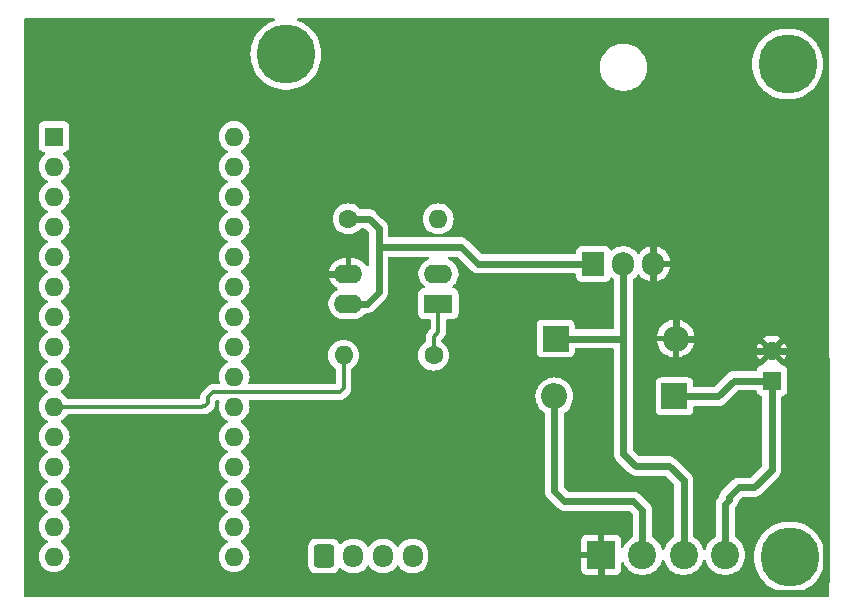
<source format=gbr>
%TF.GenerationSoftware,KiCad,Pcbnew,8.0.7*%
%TF.CreationDate,2025-07-22T20:11:00+09:00*%
%TF.ProjectId,Arduino magnetic gate,41726475-696e-46f2-906d-61676e657469,rev?*%
%TF.SameCoordinates,Original*%
%TF.FileFunction,Copper,L2,Bot*%
%TF.FilePolarity,Positive*%
%FSLAX46Y46*%
G04 Gerber Fmt 4.6, Leading zero omitted, Abs format (unit mm)*
G04 Created by KiCad (PCBNEW 8.0.7) date 2025-07-22 20:11:00*
%MOMM*%
%LPD*%
G01*
G04 APERTURE LIST*
G04 Aperture macros list*
%AMRoundRect*
0 Rectangle with rounded corners*
0 $1 Rounding radius*
0 $2 $3 $4 $5 $6 $7 $8 $9 X,Y pos of 4 corners*
0 Add a 4 corners polygon primitive as box body*
4,1,4,$2,$3,$4,$5,$6,$7,$8,$9,$2,$3,0*
0 Add four circle primitives for the rounded corners*
1,1,$1+$1,$2,$3*
1,1,$1+$1,$4,$5*
1,1,$1+$1,$6,$7*
1,1,$1+$1,$8,$9*
0 Add four rect primitives between the rounded corners*
20,1,$1+$1,$2,$3,$4,$5,0*
20,1,$1+$1,$4,$5,$6,$7,0*
20,1,$1+$1,$6,$7,$8,$9,0*
20,1,$1+$1,$8,$9,$2,$3,0*%
G04 Aperture macros list end*
%TA.AperFunction,ComponentPad*%
%ADD10R,1.905000X2.000000*%
%TD*%
%TA.AperFunction,ComponentPad*%
%ADD11O,1.905000X2.000000*%
%TD*%
%TA.AperFunction,ComponentPad*%
%ADD12O,1.700000X1.950000*%
%TD*%
%TA.AperFunction,ComponentPad*%
%ADD13RoundRect,0.250000X-0.600000X-0.725000X0.600000X-0.725000X0.600000X0.725000X-0.600000X0.725000X0*%
%TD*%
%TA.AperFunction,ComponentPad*%
%ADD14R,2.400000X2.400000*%
%TD*%
%TA.AperFunction,ComponentPad*%
%ADD15C,2.400000*%
%TD*%
%TA.AperFunction,ComponentPad*%
%ADD16O,2.200000X2.200000*%
%TD*%
%TA.AperFunction,ComponentPad*%
%ADD17R,2.200000X2.200000*%
%TD*%
%TA.AperFunction,ComponentPad*%
%ADD18R,1.600000X1.600000*%
%TD*%
%TA.AperFunction,ComponentPad*%
%ADD19C,1.600000*%
%TD*%
%TA.AperFunction,ComponentPad*%
%ADD20R,2.400000X1.600000*%
%TD*%
%TA.AperFunction,ComponentPad*%
%ADD21O,2.400000X1.600000*%
%TD*%
%TA.AperFunction,ComponentPad*%
%ADD22O,1.600000X1.600000*%
%TD*%
%TA.AperFunction,ViaPad*%
%ADD23C,5.000000*%
%TD*%
%TA.AperFunction,Conductor*%
%ADD24C,0.609600*%
%TD*%
%TA.AperFunction,Conductor*%
%ADD25C,0.304800*%
%TD*%
G04 APERTURE END LIST*
D10*
%TO.P,Q2,1,G*%
%TO.N,Net-(Q2-G)*%
X207391000Y-103057600D03*
D11*
%TO.P,Q2,2,D*%
%TO.N,Coil*%
X209931000Y-103057600D03*
%TO.P,Q2,3,S*%
%TO.N,GND*%
X212471000Y-103057600D03*
%TD*%
D12*
%TO.P,J2,4,Pin_4*%
%TO.N,Net-(A1-SDA{slash}A4)*%
X192074800Y-127787400D03*
%TO.P,J2,3,Pin_3*%
%TO.N,Net-(A1-SCL{slash}A5)*%
X189574800Y-127787400D03*
%TO.P,J2,2,Pin_2*%
%TO.N,+5V*%
X187074800Y-127787400D03*
D13*
%TO.P,J2,1,Pin_1*%
%TO.N,GND2*%
X184574800Y-127787400D03*
%TD*%
D14*
%TO.P,J1,1,Pin_1*%
%TO.N,GND*%
X208041600Y-127685800D03*
D15*
%TO.P,J1,2,Pin_2*%
%TO.N,Net-(D2-A)*%
X211541600Y-127685800D03*
%TO.P,J1,3,Pin_3*%
%TO.N,Coil*%
X215041600Y-127685800D03*
%TO.P,J1,4,Pin_4*%
%TO.N,+12C*%
X218541600Y-127685800D03*
%TD*%
D16*
%TO.P,D2,2,A*%
%TO.N,Net-(D2-A)*%
X204089000Y-114274600D03*
D17*
%TO.P,D2,1,K*%
%TO.N,+12C*%
X214249000Y-114274600D03*
%TD*%
D18*
%TO.P,C1,1*%
%TO.N,+12C*%
X222504000Y-112928400D03*
D19*
%TO.P,C1,2*%
%TO.N,GND*%
X222504000Y-110428400D03*
%TD*%
D20*
%TO.P,U1,1*%
%TO.N,Net-(R1-Pad1)*%
X194274200Y-106431000D03*
D21*
%TO.P,U1,2*%
%TO.N,GND2*%
X194274200Y-103891000D03*
%TO.P,U1,3*%
%TO.N,GND*%
X186654200Y-103891000D03*
%TO.P,U1,4*%
%TO.N,Net-(Q2-G)*%
X186654200Y-106431000D03*
%TD*%
D19*
%TO.P,R2,1*%
%TO.N,Net-(Q2-G)*%
X186639200Y-99237800D03*
D22*
%TO.P,R2,2*%
%TO.N,+12C*%
X194259200Y-99237800D03*
%TD*%
D19*
%TO.P,R1,1*%
%TO.N,Net-(R1-Pad1)*%
X193852800Y-110794800D03*
D22*
%TO.P,R1,2*%
%TO.N,Net-(A1-D7)*%
X186232800Y-110794800D03*
%TD*%
D17*
%TO.P,D1,1,K*%
%TO.N,Coil*%
X204190600Y-109372400D03*
D16*
%TO.P,D1,2,A*%
%TO.N,GND*%
X214350600Y-109372400D03*
%TD*%
D18*
%TO.P,A1,1,D1/TX*%
%TO.N,unconnected-(A1-D1{slash}TX-Pad1)*%
X161731800Y-92278200D03*
D22*
%TO.P,A1,2,D0/RX*%
%TO.N,unconnected-(A1-D0{slash}RX-Pad2)*%
X161731800Y-94818200D03*
%TO.P,A1,3,~{RESET}*%
%TO.N,unconnected-(A1-~{RESET}-Pad3)*%
X161731800Y-97358200D03*
%TO.P,A1,4,GND*%
%TO.N,GND2*%
X161731800Y-99898200D03*
%TO.P,A1,5,D2*%
%TO.N,unconnected-(A1-D2-Pad5)*%
X161731800Y-102438200D03*
%TO.P,A1,6,D3*%
%TO.N,unconnected-(A1-D3-Pad6)*%
X161731800Y-104978200D03*
%TO.P,A1,7,D4*%
%TO.N,unconnected-(A1-D4-Pad7)*%
X161731800Y-107518200D03*
%TO.P,A1,8,D5*%
%TO.N,unconnected-(A1-D5-Pad8)*%
X161731800Y-110058200D03*
%TO.P,A1,9,D6*%
%TO.N,unconnected-(A1-D6-Pad9)*%
X161731800Y-112598200D03*
%TO.P,A1,10,D7*%
%TO.N,Net-(A1-D7)*%
X161731800Y-115138200D03*
%TO.P,A1,11,D8*%
%TO.N,unconnected-(A1-D8-Pad11)*%
X161731800Y-117678200D03*
%TO.P,A1,12,D9*%
%TO.N,unconnected-(A1-D9-Pad12)*%
X161731800Y-120218200D03*
%TO.P,A1,13,D10/CS*%
%TO.N,unconnected-(A1-D10{slash}CS-Pad13)*%
X161731800Y-122758200D03*
%TO.P,A1,14,D11/COPI*%
%TO.N,unconnected-(A1-D11{slash}COPI-Pad14)*%
X161731800Y-125298200D03*
%TO.P,A1,15,D12/CIPO*%
%TO.N,unconnected-(A1-D12{slash}CIPO-Pad15)*%
X161731800Y-127838200D03*
%TO.P,A1,16,D13/SCK*%
%TO.N,unconnected-(A1-D13{slash}SCK-Pad16)*%
X176971800Y-127838200D03*
%TO.P,A1,17,3V3*%
%TO.N,unconnected-(A1-3V3-Pad17)*%
X176971800Y-125298200D03*
%TO.P,A1,18,REF*%
%TO.N,unconnected-(A1-REF-Pad18)*%
X176971800Y-122758200D03*
%TO.P,A1,19,A0*%
%TO.N,unconnected-(A1-A0-Pad19)*%
X176971800Y-120218200D03*
%TO.P,A1,20,A1*%
%TO.N,unconnected-(A1-A1-Pad20)*%
X176971800Y-117678200D03*
%TO.P,A1,21,A2*%
%TO.N,unconnected-(A1-A2-Pad21)*%
X176971800Y-115138200D03*
%TO.P,A1,22,A3*%
%TO.N,unconnected-(A1-A3-Pad22)*%
X176971800Y-112598200D03*
%TO.P,A1,23,SDA/A4*%
%TO.N,Net-(A1-SDA{slash}A4)*%
X176971800Y-110058200D03*
%TO.P,A1,24,SCL/A5*%
%TO.N,Net-(A1-SCL{slash}A5)*%
X176971800Y-107518200D03*
%TO.P,A1,25,A6*%
%TO.N,unconnected-(A1-A6-Pad25)*%
X176971800Y-104978200D03*
%TO.P,A1,26,A7*%
%TO.N,unconnected-(A1-A7-Pad26)*%
X176971800Y-102438200D03*
%TO.P,A1,27,VUSB/5V*%
%TO.N,+5V*%
X176971800Y-99898200D03*
%TO.P,A1,28,REC*%
%TO.N,unconnected-(A1-REC-Pad28)*%
X176971800Y-97358200D03*
%TO.P,A1,29,GND*%
%TO.N,GND2*%
X176971800Y-94818200D03*
%TO.P,A1,30,VIN*%
%TO.N,unconnected-(A1-VIN-Pad30)*%
X176971800Y-92278200D03*
%TD*%
D23*
%TO.N,*%
X181356000Y-85293200D03*
X223824800Y-86131400D03*
X224003800Y-127877500D03*
%TD*%
D24*
%TO.N,GND*%
X208990500Y-130932300D02*
X208041600Y-129983400D01*
X226387000Y-110428400D02*
X227058600Y-111100000D01*
X226017700Y-130932300D02*
X208990500Y-130932300D01*
X222504000Y-110428400D02*
X226387000Y-110428400D01*
X227058600Y-111100000D02*
X227058600Y-129891400D01*
X227058600Y-129891400D02*
X226017700Y-130932300D01*
D25*
%TO.N,Net-(R1-Pad1)*%
X194274200Y-108798600D02*
X194274200Y-106431000D01*
X193852800Y-109220000D02*
X194274200Y-108798600D01*
X193852800Y-110794800D02*
X193852800Y-109220000D01*
D24*
%TO.N,Net-(Q2-G)*%
X197621800Y-103057600D02*
X196189600Y-101625400D01*
X207391000Y-103057600D02*
X197621800Y-103057600D01*
X196189600Y-101625400D02*
X189204600Y-101625400D01*
X189204600Y-101625400D02*
X189204600Y-103022400D01*
X188391800Y-99237800D02*
X189204600Y-100050600D01*
X189204600Y-100050600D02*
X189204600Y-103022400D01*
X186639200Y-99237800D02*
X188391800Y-99237800D01*
X189204600Y-103022400D02*
X189204600Y-105410000D01*
X188183600Y-106431000D02*
X186654200Y-106431000D01*
X189204600Y-105410000D02*
X188183600Y-106431000D01*
D25*
%TO.N,Net-(A1-D7)*%
X174269400Y-115138200D02*
X161731800Y-115138200D01*
X174472600Y-115112800D02*
X174294800Y-115112800D01*
X174726600Y-114858800D02*
X174472600Y-115112800D01*
X174294800Y-115112800D02*
X174269400Y-115138200D01*
X175158400Y-113919000D02*
X174726600Y-114350800D01*
X185902600Y-113919000D02*
X175158400Y-113919000D01*
X186232800Y-110794800D02*
X186232800Y-113588800D01*
X186232800Y-113588800D02*
X185902600Y-113919000D01*
X174726600Y-114350800D02*
X174726600Y-114858800D01*
D24*
%TO.N,GND*%
X211467100Y-95287500D02*
X212471000Y-96291400D01*
X184747500Y-95287500D02*
X211467100Y-95287500D01*
X183235600Y-96799400D02*
X184747500Y-95287500D01*
X184256600Y-103891000D02*
X183235600Y-102870000D01*
X183235600Y-102870000D02*
X183235600Y-96799400D01*
X212471000Y-96291400D02*
X212471000Y-103057600D01*
X186654200Y-103891000D02*
X184256600Y-103891000D01*
%TO.N,+12C*%
X218846400Y-123063000D02*
X218541600Y-123367800D01*
X218541600Y-123367800D02*
X218541600Y-127685800D01*
X218846400Y-122809000D02*
X218846400Y-123063000D01*
X219684600Y-121970800D02*
X218846400Y-122809000D01*
X221005400Y-121970800D02*
X219684600Y-121970800D01*
X222504000Y-112928400D02*
X222504000Y-120472200D01*
X222504000Y-120472200D02*
X221005400Y-121970800D01*
X219303600Y-112928400D02*
X222504000Y-112928400D01*
X214249000Y-114274600D02*
X217957400Y-114274600D01*
X217957400Y-114274600D02*
X219303600Y-112928400D01*
%TO.N,Coil*%
X215041600Y-121391800D02*
X215041600Y-127685800D01*
X213817200Y-120167400D02*
X215041600Y-121391800D01*
X209931000Y-119126000D02*
X210972400Y-120167400D01*
X209931000Y-109372400D02*
X209931000Y-119126000D01*
X210972400Y-120167400D02*
X213817200Y-120167400D01*
%TO.N,Net-(D2-A)*%
X204089000Y-122301000D02*
X204089000Y-114274600D01*
X204927200Y-123139200D02*
X204089000Y-122301000D01*
X210769200Y-123139200D02*
X204927200Y-123139200D01*
X211541600Y-123911600D02*
X210769200Y-123139200D01*
X211541600Y-127685800D02*
X211541600Y-123911600D01*
%TO.N,Coil*%
X204190600Y-109372400D02*
X209931000Y-109372400D01*
X209931000Y-103057600D02*
X209931000Y-109372400D01*
%TO.N,GND*%
X214350600Y-107475600D02*
X214350600Y-109372400D01*
X212471000Y-105596000D02*
X214350600Y-107475600D01*
X212471000Y-103057600D02*
X212471000Y-105596000D01*
X218528400Y-110428400D02*
X217472400Y-109372400D01*
X217472400Y-109372400D02*
X214350600Y-109372400D01*
X222504000Y-110428400D02*
X218528400Y-110428400D01*
X208041600Y-129983400D02*
X208041600Y-127685800D01*
%TD*%
%TA.AperFunction,Conductor*%
%TO.N,GND*%
G36*
X180376735Y-82244685D02*
G01*
X180422490Y-82297489D01*
X180432434Y-82366647D01*
X180403409Y-82430203D01*
X180352106Y-82465522D01*
X180165547Y-82533423D01*
X180165541Y-82533426D01*
X179853203Y-82690288D01*
X179561194Y-82882346D01*
X179561186Y-82882352D01*
X179293442Y-83107017D01*
X179293440Y-83107019D01*
X179053589Y-83361244D01*
X179053584Y-83361250D01*
X178844870Y-83641602D01*
X178670113Y-83944291D01*
X178670107Y-83944304D01*
X178531674Y-84265227D01*
X178431430Y-84600065D01*
X178431428Y-84600072D01*
X178370739Y-84944261D01*
X178370738Y-84944272D01*
X178350415Y-85293196D01*
X178350415Y-85293203D01*
X178370738Y-85642127D01*
X178370739Y-85642138D01*
X178431428Y-85986327D01*
X178431430Y-85986334D01*
X178531674Y-86321172D01*
X178670107Y-86642095D01*
X178670113Y-86642108D01*
X178844870Y-86944797D01*
X179053584Y-87225149D01*
X179053589Y-87225155D01*
X179109390Y-87284300D01*
X179293442Y-87479383D01*
X179469903Y-87627451D01*
X179561186Y-87704047D01*
X179561194Y-87704053D01*
X179853203Y-87896111D01*
X179853207Y-87896113D01*
X180165549Y-88052977D01*
X180493989Y-88172519D01*
X180834086Y-88253123D01*
X181181241Y-88293700D01*
X181181248Y-88293700D01*
X181530752Y-88293700D01*
X181530759Y-88293700D01*
X181877914Y-88253123D01*
X182218011Y-88172519D01*
X182546451Y-88052977D01*
X182858793Y-87896113D01*
X183127380Y-87719460D01*
X183150805Y-87704053D01*
X183150805Y-87704052D01*
X183150811Y-87704049D01*
X183418558Y-87479383D01*
X183658412Y-87225153D01*
X183867130Y-86944796D01*
X184041889Y-86642104D01*
X184180326Y-86321171D01*
X184196702Y-86266472D01*
X207930500Y-86266472D01*
X207930500Y-86528727D01*
X207945428Y-86642108D01*
X207964730Y-86788716D01*
X208006552Y-86944797D01*
X208032602Y-87042018D01*
X208032605Y-87042028D01*
X208132953Y-87284290D01*
X208132958Y-87284300D01*
X208264075Y-87511403D01*
X208423718Y-87719451D01*
X208423726Y-87719460D01*
X208609140Y-87904874D01*
X208609148Y-87904881D01*
X208817196Y-88064524D01*
X209044299Y-88195641D01*
X209044309Y-88195646D01*
X209281033Y-88293700D01*
X209286581Y-88295998D01*
X209539884Y-88363870D01*
X209799880Y-88398100D01*
X209799887Y-88398100D01*
X210062113Y-88398100D01*
X210062120Y-88398100D01*
X210322116Y-88363870D01*
X210575419Y-88295998D01*
X210817697Y-88195643D01*
X211044803Y-88064524D01*
X211252851Y-87904882D01*
X211252855Y-87904877D01*
X211252860Y-87904874D01*
X211438274Y-87719460D01*
X211438277Y-87719455D01*
X211438282Y-87719451D01*
X211597924Y-87511403D01*
X211729043Y-87284297D01*
X211829398Y-87042019D01*
X211897270Y-86788716D01*
X211931500Y-86528720D01*
X211931500Y-86266480D01*
X211913715Y-86131396D01*
X220819215Y-86131396D01*
X220819215Y-86131403D01*
X220839538Y-86480327D01*
X220839539Y-86480338D01*
X220900228Y-86824527D01*
X220900230Y-86824534D01*
X221000474Y-87159372D01*
X221138907Y-87480295D01*
X221138913Y-87480308D01*
X221313670Y-87782997D01*
X221522384Y-88063349D01*
X221522389Y-88063355D01*
X221625380Y-88172518D01*
X221762242Y-88317583D01*
X221858199Y-88398100D01*
X222029986Y-88542247D01*
X222029994Y-88542253D01*
X222322003Y-88734311D01*
X222322007Y-88734313D01*
X222634349Y-88891177D01*
X222962789Y-89010719D01*
X223302886Y-89091323D01*
X223650041Y-89131900D01*
X223650048Y-89131900D01*
X223999552Y-89131900D01*
X223999559Y-89131900D01*
X224346714Y-89091323D01*
X224686811Y-89010719D01*
X225015251Y-88891177D01*
X225327593Y-88734313D01*
X225619611Y-88542249D01*
X225887358Y-88317583D01*
X226127212Y-88063353D01*
X226335930Y-87782996D01*
X226510689Y-87480304D01*
X226649126Y-87159371D01*
X226749369Y-86824536D01*
X226755686Y-86788714D01*
X226810060Y-86480338D01*
X226810059Y-86480338D01*
X226810062Y-86480327D01*
X226830385Y-86131400D01*
X226810062Y-85782473D01*
X226804895Y-85753171D01*
X226749371Y-85438272D01*
X226749369Y-85438265D01*
X226749369Y-85438264D01*
X226649126Y-85103429D01*
X226510689Y-84782496D01*
X226347131Y-84499205D01*
X226335929Y-84479802D01*
X226127215Y-84199450D01*
X226127210Y-84199444D01*
X226011233Y-84076517D01*
X225887358Y-83945217D01*
X225739288Y-83820972D01*
X225619613Y-83720552D01*
X225619605Y-83720546D01*
X225327596Y-83528488D01*
X225015258Y-83371626D01*
X225015252Y-83371623D01*
X224686812Y-83252081D01*
X224686809Y-83252080D01*
X224346715Y-83171477D01*
X224303319Y-83166404D01*
X223999559Y-83130900D01*
X223650041Y-83130900D01*
X223346280Y-83166404D01*
X223302885Y-83171477D01*
X223302883Y-83171477D01*
X222962790Y-83252080D01*
X222962787Y-83252081D01*
X222634347Y-83371623D01*
X222634341Y-83371626D01*
X222322003Y-83528488D01*
X222029994Y-83720546D01*
X222029986Y-83720552D01*
X221762242Y-83945217D01*
X221762240Y-83945219D01*
X221522389Y-84199444D01*
X221522384Y-84199450D01*
X221313670Y-84479802D01*
X221138913Y-84782491D01*
X221138907Y-84782504D01*
X221000474Y-85103427D01*
X220900230Y-85438265D01*
X220900228Y-85438272D01*
X220839539Y-85782461D01*
X220839538Y-85782472D01*
X220819215Y-86131396D01*
X211913715Y-86131396D01*
X211897270Y-86006484D01*
X211829398Y-85753181D01*
X211829394Y-85753171D01*
X211729046Y-85510909D01*
X211729041Y-85510899D01*
X211597924Y-85283796D01*
X211438281Y-85075748D01*
X211438274Y-85075740D01*
X211252860Y-84890326D01*
X211252851Y-84890318D01*
X211044803Y-84730675D01*
X210817700Y-84599558D01*
X210817690Y-84599553D01*
X210575428Y-84499205D01*
X210575421Y-84499203D01*
X210575419Y-84499202D01*
X210322116Y-84431330D01*
X210264339Y-84423723D01*
X210062127Y-84397100D01*
X210062120Y-84397100D01*
X209799880Y-84397100D01*
X209799872Y-84397100D01*
X209568772Y-84427526D01*
X209539884Y-84431330D01*
X209358983Y-84479802D01*
X209286581Y-84499202D01*
X209286571Y-84499205D01*
X209044309Y-84599553D01*
X209044299Y-84599558D01*
X208817196Y-84730675D01*
X208609148Y-84890318D01*
X208423718Y-85075748D01*
X208264075Y-85283796D01*
X208132958Y-85510899D01*
X208132953Y-85510909D01*
X208032605Y-85753171D01*
X208032602Y-85753181D01*
X208024757Y-85782461D01*
X207964730Y-86006485D01*
X207930500Y-86266472D01*
X184196702Y-86266472D01*
X184280569Y-85986336D01*
X184316518Y-85782461D01*
X184341260Y-85642138D01*
X184341259Y-85642138D01*
X184341262Y-85642127D01*
X184361585Y-85293200D01*
X184361037Y-85283797D01*
X184350532Y-85103429D01*
X184341262Y-84944273D01*
X184331750Y-84890326D01*
X184280571Y-84600072D01*
X184280569Y-84600065D01*
X184280569Y-84600064D01*
X184180326Y-84265229D01*
X184041889Y-83944296D01*
X183867130Y-83641604D01*
X183867129Y-83641602D01*
X183658415Y-83361250D01*
X183658410Y-83361244D01*
X183441090Y-83130900D01*
X183418558Y-83107017D01*
X183270488Y-82982772D01*
X183150813Y-82882352D01*
X183150805Y-82882346D01*
X182858796Y-82690288D01*
X182546458Y-82533426D01*
X182546452Y-82533423D01*
X182359894Y-82465522D01*
X182303630Y-82424096D01*
X182278694Y-82358827D01*
X182293004Y-82290439D01*
X182342015Y-82240643D01*
X182402304Y-82225000D01*
X227238900Y-82225000D01*
X227305939Y-82244685D01*
X227351694Y-82297489D01*
X227362900Y-82349000D01*
X227362900Y-131112600D01*
X227343215Y-131179639D01*
X227290411Y-131225394D01*
X227238900Y-131236600D01*
X159298300Y-131236600D01*
X159231261Y-131216915D01*
X159185506Y-131164111D01*
X159174300Y-131112600D01*
X159174300Y-94818198D01*
X160426332Y-94818198D01*
X160426332Y-94818201D01*
X160446164Y-95044886D01*
X160446166Y-95044897D01*
X160505058Y-95264688D01*
X160505061Y-95264697D01*
X160601231Y-95470932D01*
X160601232Y-95470934D01*
X160731754Y-95657341D01*
X160892658Y-95818245D01*
X160892661Y-95818247D01*
X161079066Y-95948768D01*
X161137075Y-95975818D01*
X161189514Y-96021991D01*
X161208666Y-96089184D01*
X161188450Y-96156065D01*
X161137075Y-96200582D01*
X161079067Y-96227631D01*
X161079065Y-96227632D01*
X160892658Y-96358154D01*
X160731754Y-96519058D01*
X160601232Y-96705465D01*
X160601231Y-96705467D01*
X160505061Y-96911702D01*
X160505058Y-96911711D01*
X160446166Y-97131502D01*
X160446164Y-97131513D01*
X160426332Y-97358198D01*
X160426332Y-97358201D01*
X160446164Y-97584886D01*
X160446166Y-97584897D01*
X160505058Y-97804688D01*
X160505061Y-97804697D01*
X160601231Y-98010932D01*
X160601232Y-98010934D01*
X160731754Y-98197341D01*
X160892658Y-98358245D01*
X160892661Y-98358247D01*
X161079066Y-98488768D01*
X161137075Y-98515818D01*
X161189514Y-98561991D01*
X161208666Y-98629184D01*
X161188450Y-98696065D01*
X161137075Y-98740582D01*
X161079067Y-98767631D01*
X161079065Y-98767632D01*
X160892658Y-98898154D01*
X160731754Y-99059058D01*
X160601232Y-99245465D01*
X160601231Y-99245467D01*
X160505061Y-99451702D01*
X160505058Y-99451711D01*
X160446166Y-99671502D01*
X160446164Y-99671513D01*
X160426332Y-99898198D01*
X160426332Y-99898201D01*
X160446164Y-100124886D01*
X160446166Y-100124897D01*
X160505058Y-100344688D01*
X160505061Y-100344697D01*
X160601231Y-100550932D01*
X160601232Y-100550934D01*
X160731754Y-100737341D01*
X160892658Y-100898245D01*
X160892661Y-100898247D01*
X161079066Y-101028768D01*
X161137075Y-101055818D01*
X161189514Y-101101991D01*
X161208666Y-101169184D01*
X161188450Y-101236065D01*
X161137075Y-101280582D01*
X161079067Y-101307631D01*
X161079065Y-101307632D01*
X160892658Y-101438154D01*
X160731754Y-101599058D01*
X160601232Y-101785465D01*
X160601231Y-101785467D01*
X160505061Y-101991702D01*
X160505058Y-101991711D01*
X160446166Y-102211502D01*
X160446164Y-102211513D01*
X160426332Y-102438198D01*
X160426332Y-102438201D01*
X160446164Y-102664886D01*
X160446166Y-102664897D01*
X160505058Y-102884688D01*
X160505061Y-102884697D01*
X160601231Y-103090932D01*
X160601232Y-103090934D01*
X160731754Y-103277341D01*
X160892658Y-103438245D01*
X160892661Y-103438247D01*
X161079066Y-103568768D01*
X161117277Y-103586586D01*
X161137075Y-103595818D01*
X161189514Y-103641991D01*
X161208666Y-103709184D01*
X161188450Y-103776065D01*
X161137075Y-103820582D01*
X161079067Y-103847631D01*
X161079065Y-103847632D01*
X160892658Y-103978154D01*
X160731754Y-104139058D01*
X160601232Y-104325465D01*
X160601231Y-104325467D01*
X160505061Y-104531702D01*
X160505058Y-104531711D01*
X160446166Y-104751502D01*
X160446164Y-104751513D01*
X160426332Y-104978198D01*
X160426332Y-104978201D01*
X160446164Y-105204886D01*
X160446166Y-105204897D01*
X160505058Y-105424688D01*
X160505061Y-105424697D01*
X160601229Y-105630928D01*
X160601232Y-105630934D01*
X160731754Y-105817341D01*
X160892658Y-105978245D01*
X160892661Y-105978247D01*
X161079066Y-106108768D01*
X161137075Y-106135818D01*
X161189514Y-106181991D01*
X161208666Y-106249184D01*
X161188450Y-106316065D01*
X161137075Y-106360582D01*
X161079067Y-106387631D01*
X161079065Y-106387632D01*
X160892658Y-106518154D01*
X160731754Y-106679058D01*
X160601232Y-106865465D01*
X160601231Y-106865467D01*
X160505061Y-107071702D01*
X160505058Y-107071711D01*
X160446166Y-107291502D01*
X160446164Y-107291513D01*
X160426332Y-107518198D01*
X160426332Y-107518201D01*
X160446164Y-107744886D01*
X160446166Y-107744897D01*
X160505058Y-107964688D01*
X160505061Y-107964697D01*
X160601231Y-108170932D01*
X160601232Y-108170934D01*
X160731754Y-108357341D01*
X160892658Y-108518245D01*
X160892661Y-108518247D01*
X161079066Y-108648768D01*
X161137075Y-108675818D01*
X161189514Y-108721991D01*
X161208666Y-108789184D01*
X161188450Y-108856065D01*
X161137075Y-108900582D01*
X161079067Y-108927631D01*
X161079065Y-108927632D01*
X160892658Y-109058154D01*
X160731754Y-109219058D01*
X160601232Y-109405465D01*
X160601231Y-109405467D01*
X160505061Y-109611702D01*
X160505058Y-109611711D01*
X160446166Y-109831502D01*
X160446164Y-109831513D01*
X160426332Y-110058198D01*
X160426332Y-110058201D01*
X160446164Y-110284886D01*
X160446166Y-110284897D01*
X160505058Y-110504688D01*
X160505061Y-110504697D01*
X160601231Y-110710932D01*
X160601232Y-110710934D01*
X160731754Y-110897341D01*
X160892658Y-111058245D01*
X160892661Y-111058247D01*
X161079066Y-111188768D01*
X161137075Y-111215818D01*
X161189514Y-111261991D01*
X161208666Y-111329184D01*
X161188450Y-111396065D01*
X161137075Y-111440582D01*
X161079067Y-111467631D01*
X161079065Y-111467632D01*
X160892658Y-111598154D01*
X160731754Y-111759058D01*
X160601232Y-111945465D01*
X160601231Y-111945467D01*
X160505061Y-112151702D01*
X160505058Y-112151711D01*
X160446166Y-112371502D01*
X160446164Y-112371513D01*
X160426332Y-112598198D01*
X160426332Y-112598201D01*
X160446164Y-112824886D01*
X160446166Y-112824897D01*
X160505058Y-113044688D01*
X160505061Y-113044697D01*
X160601231Y-113250932D01*
X160601232Y-113250934D01*
X160731754Y-113437341D01*
X160892658Y-113598245D01*
X160892661Y-113598247D01*
X161079066Y-113728768D01*
X161131857Y-113753385D01*
X161137075Y-113755818D01*
X161189514Y-113801991D01*
X161208666Y-113869184D01*
X161188450Y-113936065D01*
X161137075Y-113980582D01*
X161079067Y-114007631D01*
X161079065Y-114007632D01*
X160892658Y-114138154D01*
X160731754Y-114299058D01*
X160601232Y-114485465D01*
X160601232Y-114485466D01*
X160505061Y-114691702D01*
X160505058Y-114691711D01*
X160446166Y-114911502D01*
X160446164Y-114911513D01*
X160426332Y-115138198D01*
X160426332Y-115138201D01*
X160446164Y-115364886D01*
X160446166Y-115364897D01*
X160505058Y-115584688D01*
X160505061Y-115584697D01*
X160601231Y-115790932D01*
X160601232Y-115790934D01*
X160731754Y-115977341D01*
X160892658Y-116138245D01*
X160892661Y-116138247D01*
X161079066Y-116268768D01*
X161137075Y-116295818D01*
X161189514Y-116341991D01*
X161208666Y-116409184D01*
X161188450Y-116476065D01*
X161137075Y-116520582D01*
X161079067Y-116547631D01*
X161079065Y-116547632D01*
X160892658Y-116678154D01*
X160731754Y-116839058D01*
X160601232Y-117025465D01*
X160601231Y-117025467D01*
X160505061Y-117231702D01*
X160505058Y-117231711D01*
X160446166Y-117451502D01*
X160446164Y-117451513D01*
X160426332Y-117678198D01*
X160426332Y-117678201D01*
X160446164Y-117904886D01*
X160446166Y-117904897D01*
X160505058Y-118124688D01*
X160505061Y-118124697D01*
X160601231Y-118330932D01*
X160601232Y-118330934D01*
X160731754Y-118517341D01*
X160892658Y-118678245D01*
X160892661Y-118678247D01*
X161079066Y-118808768D01*
X161121924Y-118828753D01*
X161137075Y-118835818D01*
X161189514Y-118881991D01*
X161208666Y-118949184D01*
X161188450Y-119016065D01*
X161137075Y-119060582D01*
X161079067Y-119087631D01*
X161079065Y-119087632D01*
X160892658Y-119218154D01*
X160731754Y-119379058D01*
X160601232Y-119565465D01*
X160601231Y-119565467D01*
X160505061Y-119771702D01*
X160505058Y-119771711D01*
X160446166Y-119991502D01*
X160446164Y-119991513D01*
X160426332Y-120218198D01*
X160426332Y-120218201D01*
X160446164Y-120444886D01*
X160446166Y-120444897D01*
X160505058Y-120664688D01*
X160505061Y-120664697D01*
X160601231Y-120870932D01*
X160601232Y-120870934D01*
X160731754Y-121057341D01*
X160892658Y-121218245D01*
X160892661Y-121218247D01*
X161079066Y-121348768D01*
X161137075Y-121375818D01*
X161189514Y-121421991D01*
X161208666Y-121489184D01*
X161188450Y-121556065D01*
X161137075Y-121600582D01*
X161079067Y-121627631D01*
X161079065Y-121627632D01*
X160892658Y-121758154D01*
X160731754Y-121919058D01*
X160601232Y-122105465D01*
X160601231Y-122105467D01*
X160505061Y-122311702D01*
X160505058Y-122311711D01*
X160446166Y-122531502D01*
X160446164Y-122531513D01*
X160426332Y-122758198D01*
X160426332Y-122758201D01*
X160446164Y-122984886D01*
X160446166Y-122984897D01*
X160505058Y-123204688D01*
X160505061Y-123204697D01*
X160601231Y-123410932D01*
X160601232Y-123410934D01*
X160731754Y-123597341D01*
X160892658Y-123758245D01*
X160892661Y-123758247D01*
X161079066Y-123888768D01*
X161137075Y-123915818D01*
X161189514Y-123961991D01*
X161208666Y-124029184D01*
X161188450Y-124096065D01*
X161137075Y-124140582D01*
X161079067Y-124167631D01*
X161079065Y-124167632D01*
X160892658Y-124298154D01*
X160731754Y-124459058D01*
X160601232Y-124645465D01*
X160601231Y-124645467D01*
X160505061Y-124851702D01*
X160505058Y-124851711D01*
X160446166Y-125071502D01*
X160446164Y-125071513D01*
X160426332Y-125298198D01*
X160426332Y-125298201D01*
X160446164Y-125524886D01*
X160446166Y-125524897D01*
X160505058Y-125744688D01*
X160505061Y-125744697D01*
X160601231Y-125950932D01*
X160601232Y-125950934D01*
X160731754Y-126137341D01*
X160892658Y-126298245D01*
X160892661Y-126298247D01*
X161079066Y-126428768D01*
X161137075Y-126455818D01*
X161189514Y-126501991D01*
X161208666Y-126569184D01*
X161188450Y-126636065D01*
X161137075Y-126680582D01*
X161079067Y-126707631D01*
X161079065Y-126707632D01*
X160892658Y-126838154D01*
X160731754Y-126999058D01*
X160601232Y-127185465D01*
X160601231Y-127185467D01*
X160505061Y-127391702D01*
X160505058Y-127391711D01*
X160446166Y-127611502D01*
X160446164Y-127611513D01*
X160426332Y-127838198D01*
X160426332Y-127838201D01*
X160446164Y-128064886D01*
X160446166Y-128064897D01*
X160505058Y-128284688D01*
X160505061Y-128284697D01*
X160601231Y-128490932D01*
X160601232Y-128490934D01*
X160731754Y-128677341D01*
X160892658Y-128838245D01*
X160892661Y-128838247D01*
X161079066Y-128968768D01*
X161285304Y-129064939D01*
X161285309Y-129064940D01*
X161285311Y-129064941D01*
X161294679Y-129067451D01*
X161505108Y-129123835D01*
X161667030Y-129138001D01*
X161731798Y-129143668D01*
X161731800Y-129143668D01*
X161731802Y-129143668D01*
X161788473Y-129138709D01*
X161958492Y-129123835D01*
X162178296Y-129064939D01*
X162384534Y-128968768D01*
X162570939Y-128838247D01*
X162731847Y-128677339D01*
X162862368Y-128490934D01*
X162958539Y-128284696D01*
X163017435Y-128064892D01*
X163037268Y-127838200D01*
X163017435Y-127611508D01*
X162958539Y-127391704D01*
X162862368Y-127185466D01*
X162731847Y-126999061D01*
X162731845Y-126999058D01*
X162570941Y-126838154D01*
X162384534Y-126707632D01*
X162384528Y-126707629D01*
X162326525Y-126680582D01*
X162274085Y-126634410D01*
X162254933Y-126567217D01*
X162275148Y-126500335D01*
X162326525Y-126455818D01*
X162384534Y-126428768D01*
X162570939Y-126298247D01*
X162731847Y-126137339D01*
X162862368Y-125950934D01*
X162958539Y-125744696D01*
X163017435Y-125524892D01*
X163037268Y-125298200D01*
X163017435Y-125071508D01*
X162958539Y-124851704D01*
X162862368Y-124645466D01*
X162731847Y-124459061D01*
X162731845Y-124459058D01*
X162570941Y-124298154D01*
X162384534Y-124167632D01*
X162384528Y-124167629D01*
X162326525Y-124140582D01*
X162274085Y-124094410D01*
X162254933Y-124027217D01*
X162275148Y-123960335D01*
X162326525Y-123915818D01*
X162384534Y-123888768D01*
X162570939Y-123758247D01*
X162731847Y-123597339D01*
X162862368Y-123410934D01*
X162958539Y-123204696D01*
X163017435Y-122984892D01*
X163037268Y-122758200D01*
X163017435Y-122531508D01*
X162958539Y-122311704D01*
X162862368Y-122105466D01*
X162731847Y-121919061D01*
X162731845Y-121919058D01*
X162570941Y-121758154D01*
X162384534Y-121627632D01*
X162384528Y-121627629D01*
X162326525Y-121600582D01*
X162274085Y-121554410D01*
X162254933Y-121487217D01*
X162275148Y-121420335D01*
X162326525Y-121375818D01*
X162384534Y-121348768D01*
X162570939Y-121218247D01*
X162731847Y-121057339D01*
X162862368Y-120870934D01*
X162958539Y-120664696D01*
X163017435Y-120444892D01*
X163037268Y-120218200D01*
X163017435Y-119991508D01*
X162958539Y-119771704D01*
X162862368Y-119565466D01*
X162731847Y-119379061D01*
X162731845Y-119379058D01*
X162570941Y-119218154D01*
X162384534Y-119087632D01*
X162384528Y-119087629D01*
X162326525Y-119060582D01*
X162274085Y-119014410D01*
X162254933Y-118947217D01*
X162275148Y-118880335D01*
X162326525Y-118835818D01*
X162341676Y-118828753D01*
X162384534Y-118808768D01*
X162570939Y-118678247D01*
X162731847Y-118517339D01*
X162862368Y-118330934D01*
X162958539Y-118124696D01*
X163017435Y-117904892D01*
X163037268Y-117678200D01*
X163017435Y-117451508D01*
X162958539Y-117231704D01*
X162862368Y-117025466D01*
X162731847Y-116839061D01*
X162731845Y-116839058D01*
X162570941Y-116678154D01*
X162384534Y-116547632D01*
X162384528Y-116547629D01*
X162326525Y-116520582D01*
X162274085Y-116474410D01*
X162254933Y-116407217D01*
X162275148Y-116340335D01*
X162326525Y-116295818D01*
X162384534Y-116268768D01*
X162570939Y-116138247D01*
X162731847Y-115977339D01*
X162803436Y-115875099D01*
X162825228Y-115843977D01*
X162879805Y-115800352D01*
X162926803Y-115791100D01*
X174333707Y-115791100D01*
X174449419Y-115768083D01*
X174473611Y-115765700D01*
X174536907Y-115765700D01*
X174621765Y-115748819D01*
X174663044Y-115740609D01*
X174781864Y-115691392D01*
X174888800Y-115619941D01*
X175233740Y-115275000D01*
X175305192Y-115168064D01*
X175354409Y-115049244D01*
X175356316Y-115039659D01*
X175379500Y-114923105D01*
X175379500Y-114695900D01*
X175399185Y-114628861D01*
X175451989Y-114583106D01*
X175503500Y-114571900D01*
X175615562Y-114571900D01*
X175682601Y-114591585D01*
X175728356Y-114644389D01*
X175738300Y-114713547D01*
X175735337Y-114727993D01*
X175686166Y-114911502D01*
X175686164Y-114911513D01*
X175666332Y-115138198D01*
X175666332Y-115138201D01*
X175686164Y-115364886D01*
X175686166Y-115364897D01*
X175745058Y-115584688D01*
X175745061Y-115584697D01*
X175841231Y-115790932D01*
X175841232Y-115790934D01*
X175971754Y-115977341D01*
X176132658Y-116138245D01*
X176132661Y-116138247D01*
X176319066Y-116268768D01*
X176377075Y-116295818D01*
X176429514Y-116341991D01*
X176448666Y-116409184D01*
X176428450Y-116476065D01*
X176377075Y-116520582D01*
X176319067Y-116547631D01*
X176319065Y-116547632D01*
X176132658Y-116678154D01*
X175971754Y-116839058D01*
X175841232Y-117025465D01*
X175841231Y-117025467D01*
X175745061Y-117231702D01*
X175745058Y-117231711D01*
X175686166Y-117451502D01*
X175686164Y-117451513D01*
X175666332Y-117678198D01*
X175666332Y-117678201D01*
X175686164Y-117904886D01*
X175686166Y-117904897D01*
X175745058Y-118124688D01*
X175745061Y-118124697D01*
X175841231Y-118330932D01*
X175841232Y-118330934D01*
X175971754Y-118517341D01*
X176132658Y-118678245D01*
X176132661Y-118678247D01*
X176319066Y-118808768D01*
X176361924Y-118828753D01*
X176377075Y-118835818D01*
X176429514Y-118881991D01*
X176448666Y-118949184D01*
X176428450Y-119016065D01*
X176377075Y-119060582D01*
X176319067Y-119087631D01*
X176319065Y-119087632D01*
X176132658Y-119218154D01*
X175971754Y-119379058D01*
X175841232Y-119565465D01*
X175841231Y-119565467D01*
X175745061Y-119771702D01*
X175745058Y-119771711D01*
X175686166Y-119991502D01*
X175686164Y-119991513D01*
X175666332Y-120218198D01*
X175666332Y-120218201D01*
X175686164Y-120444886D01*
X175686166Y-120444897D01*
X175745058Y-120664688D01*
X175745061Y-120664697D01*
X175841231Y-120870932D01*
X175841232Y-120870934D01*
X175971754Y-121057341D01*
X176132658Y-121218245D01*
X176132661Y-121218247D01*
X176319066Y-121348768D01*
X176377075Y-121375818D01*
X176429514Y-121421991D01*
X176448666Y-121489184D01*
X176428450Y-121556065D01*
X176377075Y-121600582D01*
X176319067Y-121627631D01*
X176319065Y-121627632D01*
X176132658Y-121758154D01*
X175971754Y-121919058D01*
X175841232Y-122105465D01*
X175841231Y-122105467D01*
X175745061Y-122311702D01*
X175745058Y-122311711D01*
X175686166Y-122531502D01*
X175686164Y-122531513D01*
X175666332Y-122758198D01*
X175666332Y-122758201D01*
X175686164Y-122984886D01*
X175686166Y-122984897D01*
X175745058Y-123204688D01*
X175745061Y-123204697D01*
X175841231Y-123410932D01*
X175841232Y-123410934D01*
X175971754Y-123597341D01*
X176132658Y-123758245D01*
X176132661Y-123758247D01*
X176319066Y-123888768D01*
X176377075Y-123915818D01*
X176429514Y-123961991D01*
X176448666Y-124029184D01*
X176428450Y-124096065D01*
X176377075Y-124140582D01*
X176319067Y-124167631D01*
X176319065Y-124167632D01*
X176132658Y-124298154D01*
X175971754Y-124459058D01*
X175841232Y-124645465D01*
X175841231Y-124645467D01*
X175745061Y-124851702D01*
X175745058Y-124851711D01*
X175686166Y-125071502D01*
X175686164Y-125071513D01*
X175666332Y-125298198D01*
X175666332Y-125298201D01*
X175686164Y-125524886D01*
X175686166Y-125524897D01*
X175745058Y-125744688D01*
X175745061Y-125744697D01*
X175841231Y-125950932D01*
X175841232Y-125950934D01*
X175971754Y-126137341D01*
X176132658Y-126298245D01*
X176132661Y-126298247D01*
X176319066Y-126428768D01*
X176377075Y-126455818D01*
X176429514Y-126501991D01*
X176448666Y-126569184D01*
X176428450Y-126636065D01*
X176377075Y-126680582D01*
X176319067Y-126707631D01*
X176319065Y-126707632D01*
X176132658Y-126838154D01*
X175971754Y-126999058D01*
X175841232Y-127185465D01*
X175841231Y-127185467D01*
X175745061Y-127391702D01*
X175745058Y-127391711D01*
X175686166Y-127611502D01*
X175686164Y-127611513D01*
X175666332Y-127838198D01*
X175666332Y-127838201D01*
X175686164Y-128064886D01*
X175686166Y-128064897D01*
X175745058Y-128284688D01*
X175745061Y-128284697D01*
X175841231Y-128490932D01*
X175841232Y-128490934D01*
X175971754Y-128677341D01*
X176132658Y-128838245D01*
X176132661Y-128838247D01*
X176319066Y-128968768D01*
X176525304Y-129064939D01*
X176525309Y-129064940D01*
X176525311Y-129064941D01*
X176534679Y-129067451D01*
X176745108Y-129123835D01*
X176907030Y-129138001D01*
X176971798Y-129143668D01*
X176971800Y-129143668D01*
X176971802Y-129143668D01*
X177028473Y-129138709D01*
X177198492Y-129123835D01*
X177418296Y-129064939D01*
X177624534Y-128968768D01*
X177810939Y-128838247D01*
X177971847Y-128677339D01*
X178102368Y-128490934D01*
X178198539Y-128284696D01*
X178257435Y-128064892D01*
X178277268Y-127838200D01*
X178257435Y-127611508D01*
X178198539Y-127391704D01*
X178102368Y-127185466D01*
X177981175Y-127012383D01*
X183224300Y-127012383D01*
X183224300Y-128562401D01*
X183224301Y-128562418D01*
X183234800Y-128665196D01*
X183234801Y-128665199D01*
X183280694Y-128803694D01*
X183289986Y-128831734D01*
X183382088Y-128981056D01*
X183506144Y-129105112D01*
X183655466Y-129197214D01*
X183822003Y-129252399D01*
X183924791Y-129262900D01*
X185224808Y-129262899D01*
X185327597Y-129252399D01*
X185494134Y-129197214D01*
X185643456Y-129105112D01*
X185767512Y-128981056D01*
X185859614Y-128831734D01*
X185859614Y-128831731D01*
X185862978Y-128826279D01*
X185914926Y-128779554D01*
X185983888Y-128768331D01*
X186047970Y-128796174D01*
X186056198Y-128803694D01*
X186195013Y-128942509D01*
X186366979Y-129067448D01*
X186366981Y-129067449D01*
X186366984Y-129067451D01*
X186556388Y-129163957D01*
X186758557Y-129229646D01*
X186968513Y-129262900D01*
X186968514Y-129262900D01*
X187181086Y-129262900D01*
X187181087Y-129262900D01*
X187391043Y-129229646D01*
X187593212Y-129163957D01*
X187782616Y-129067451D01*
X187849261Y-129019031D01*
X187954586Y-128942509D01*
X187954588Y-128942506D01*
X187954592Y-128942504D01*
X188104904Y-128792192D01*
X188224483Y-128627604D01*
X188279811Y-128584940D01*
X188349424Y-128578961D01*
X188411220Y-128611566D01*
X188425113Y-128627599D01*
X188527360Y-128768331D01*
X188544696Y-128792192D01*
X188695013Y-128942509D01*
X188866979Y-129067448D01*
X188866981Y-129067449D01*
X188866984Y-129067451D01*
X189056388Y-129163957D01*
X189258557Y-129229646D01*
X189468513Y-129262900D01*
X189468514Y-129262900D01*
X189681086Y-129262900D01*
X189681087Y-129262900D01*
X189891043Y-129229646D01*
X190093212Y-129163957D01*
X190282616Y-129067451D01*
X190349261Y-129019031D01*
X190454586Y-128942509D01*
X190454588Y-128942506D01*
X190454592Y-128942504D01*
X190604904Y-128792192D01*
X190724483Y-128627604D01*
X190779811Y-128584940D01*
X190849424Y-128578961D01*
X190911220Y-128611566D01*
X190925113Y-128627599D01*
X191027360Y-128768331D01*
X191044696Y-128792192D01*
X191195013Y-128942509D01*
X191366979Y-129067448D01*
X191366981Y-129067449D01*
X191366984Y-129067451D01*
X191556388Y-129163957D01*
X191758557Y-129229646D01*
X191968513Y-129262900D01*
X191968514Y-129262900D01*
X192181086Y-129262900D01*
X192181087Y-129262900D01*
X192391043Y-129229646D01*
X192593212Y-129163957D01*
X192782616Y-129067451D01*
X192849261Y-129019031D01*
X192954586Y-128942509D01*
X192954588Y-128942506D01*
X192954592Y-128942504D01*
X193104904Y-128792192D01*
X193104906Y-128792188D01*
X193104909Y-128792186D01*
X193229848Y-128620220D01*
X193229847Y-128620220D01*
X193229851Y-128620216D01*
X193326357Y-128430812D01*
X193392046Y-128228643D01*
X193425300Y-128018687D01*
X193425300Y-127556113D01*
X193392046Y-127346157D01*
X193326357Y-127143988D01*
X193229851Y-126954584D01*
X193229849Y-126954581D01*
X193229848Y-126954579D01*
X193104909Y-126782613D01*
X192954586Y-126632290D01*
X192782620Y-126507351D01*
X192593214Y-126410844D01*
X192593213Y-126410843D01*
X192593212Y-126410843D01*
X192391043Y-126345154D01*
X192391041Y-126345153D01*
X192391040Y-126345153D01*
X192229757Y-126319608D01*
X192181087Y-126311900D01*
X191968513Y-126311900D01*
X191919842Y-126319608D01*
X191758560Y-126345153D01*
X191556385Y-126410844D01*
X191366979Y-126507351D01*
X191195013Y-126632290D01*
X191044694Y-126782609D01*
X191044690Y-126782614D01*
X190925118Y-126947193D01*
X190869789Y-126989859D01*
X190800175Y-126995838D01*
X190738380Y-126963233D01*
X190724482Y-126947193D01*
X190604909Y-126782614D01*
X190604905Y-126782609D01*
X190454586Y-126632290D01*
X190282620Y-126507351D01*
X190093214Y-126410844D01*
X190093213Y-126410843D01*
X190093212Y-126410843D01*
X189891043Y-126345154D01*
X189891041Y-126345153D01*
X189891040Y-126345153D01*
X189729757Y-126319608D01*
X189681087Y-126311900D01*
X189468513Y-126311900D01*
X189419842Y-126319608D01*
X189258560Y-126345153D01*
X189056385Y-126410844D01*
X188866979Y-126507351D01*
X188695013Y-126632290D01*
X188544694Y-126782609D01*
X188544690Y-126782614D01*
X188425118Y-126947193D01*
X188369789Y-126989859D01*
X188300175Y-126995838D01*
X188238380Y-126963233D01*
X188224482Y-126947193D01*
X188104909Y-126782614D01*
X188104905Y-126782609D01*
X187954586Y-126632290D01*
X187782620Y-126507351D01*
X187593214Y-126410844D01*
X187593213Y-126410843D01*
X187593212Y-126410843D01*
X187391043Y-126345154D01*
X187391041Y-126345153D01*
X187391040Y-126345153D01*
X187229757Y-126319608D01*
X187181087Y-126311900D01*
X186968513Y-126311900D01*
X186919842Y-126319608D01*
X186758560Y-126345153D01*
X186556385Y-126410844D01*
X186366979Y-126507351D01*
X186195015Y-126632289D01*
X186056198Y-126771106D01*
X185994875Y-126804590D01*
X185925183Y-126799606D01*
X185869250Y-126757734D01*
X185862978Y-126748520D01*
X185767512Y-126593744D01*
X185643457Y-126469689D01*
X185643456Y-126469688D01*
X185548053Y-126410843D01*
X185494136Y-126377587D01*
X185494131Y-126377585D01*
X185492662Y-126377098D01*
X185327597Y-126322401D01*
X185327595Y-126322400D01*
X185224810Y-126311900D01*
X183924798Y-126311900D01*
X183924781Y-126311901D01*
X183822003Y-126322400D01*
X183822000Y-126322401D01*
X183655468Y-126377585D01*
X183655463Y-126377587D01*
X183506142Y-126469689D01*
X183382089Y-126593742D01*
X183289987Y-126743063D01*
X183289985Y-126743068D01*
X183285125Y-126757734D01*
X183234801Y-126909603D01*
X183234801Y-126909604D01*
X183234800Y-126909604D01*
X183224300Y-127012383D01*
X177981175Y-127012383D01*
X177971847Y-126999061D01*
X177971845Y-126999058D01*
X177810941Y-126838154D01*
X177624534Y-126707632D01*
X177624528Y-126707629D01*
X177566525Y-126680582D01*
X177514085Y-126634410D01*
X177494933Y-126567217D01*
X177515148Y-126500335D01*
X177566525Y-126455818D01*
X177624534Y-126428768D01*
X177810939Y-126298247D01*
X177971847Y-126137339D01*
X178102368Y-125950934D01*
X178198539Y-125744696D01*
X178257435Y-125524892D01*
X178277268Y-125298200D01*
X178257435Y-125071508D01*
X178198539Y-124851704D01*
X178102368Y-124645466D01*
X177971847Y-124459061D01*
X177971845Y-124459058D01*
X177810941Y-124298154D01*
X177624534Y-124167632D01*
X177624528Y-124167629D01*
X177566525Y-124140582D01*
X177514085Y-124094410D01*
X177494933Y-124027217D01*
X177515148Y-123960335D01*
X177566525Y-123915818D01*
X177624534Y-123888768D01*
X177810939Y-123758247D01*
X177971847Y-123597339D01*
X178102368Y-123410934D01*
X178198539Y-123204696D01*
X178257435Y-122984892D01*
X178277268Y-122758200D01*
X178257435Y-122531508D01*
X178198539Y-122311704D01*
X178102368Y-122105466D01*
X177971847Y-121919061D01*
X177971845Y-121919058D01*
X177810941Y-121758154D01*
X177624534Y-121627632D01*
X177624528Y-121627629D01*
X177566525Y-121600582D01*
X177514085Y-121554410D01*
X177494933Y-121487217D01*
X177515148Y-121420335D01*
X177566525Y-121375818D01*
X177624534Y-121348768D01*
X177810939Y-121218247D01*
X177971847Y-121057339D01*
X178102368Y-120870934D01*
X178198539Y-120664696D01*
X178257435Y-120444892D01*
X178277268Y-120218200D01*
X178257435Y-119991508D01*
X178198539Y-119771704D01*
X178102368Y-119565466D01*
X177971847Y-119379061D01*
X177971845Y-119379058D01*
X177810941Y-119218154D01*
X177624534Y-119087632D01*
X177624528Y-119087629D01*
X177566525Y-119060582D01*
X177514085Y-119014410D01*
X177494933Y-118947217D01*
X177515148Y-118880335D01*
X177566525Y-118835818D01*
X177581676Y-118828753D01*
X177624534Y-118808768D01*
X177810939Y-118678247D01*
X177971847Y-118517339D01*
X178102368Y-118330934D01*
X178198539Y-118124696D01*
X178257435Y-117904892D01*
X178277268Y-117678200D01*
X178257435Y-117451508D01*
X178198539Y-117231704D01*
X178102368Y-117025466D01*
X177971847Y-116839061D01*
X177971845Y-116839058D01*
X177810941Y-116678154D01*
X177624534Y-116547632D01*
X177624528Y-116547629D01*
X177566525Y-116520582D01*
X177514085Y-116474410D01*
X177494933Y-116407217D01*
X177515148Y-116340335D01*
X177566525Y-116295818D01*
X177624534Y-116268768D01*
X177810939Y-116138247D01*
X177971847Y-115977339D01*
X178102368Y-115790934D01*
X178198539Y-115584696D01*
X178257435Y-115364892D01*
X178277268Y-115138200D01*
X178272167Y-115079901D01*
X178268647Y-115039659D01*
X178257435Y-114911508D01*
X178219709Y-114770711D01*
X178208263Y-114727993D01*
X178209926Y-114658143D01*
X178249089Y-114600281D01*
X178313317Y-114572777D01*
X178328038Y-114571900D01*
X185966907Y-114571900D01*
X186051765Y-114555019D01*
X186093044Y-114546809D01*
X186211864Y-114497592D01*
X186230012Y-114485466D01*
X186318800Y-114426141D01*
X186739940Y-114005000D01*
X186811392Y-113898064D01*
X186860609Y-113779244D01*
X186870691Y-113728557D01*
X186885700Y-113653105D01*
X186885700Y-111989801D01*
X186905385Y-111922762D01*
X186938575Y-111888227D01*
X187071939Y-111794847D01*
X187232847Y-111633939D01*
X187363368Y-111447534D01*
X187459539Y-111241296D01*
X187518435Y-111021492D01*
X187538268Y-110794800D01*
X187518435Y-110568108D01*
X187459539Y-110348304D01*
X187363368Y-110142066D01*
X187232847Y-109955661D01*
X187232845Y-109955658D01*
X187071941Y-109794754D01*
X186885534Y-109664232D01*
X186885532Y-109664231D01*
X186679297Y-109568061D01*
X186679288Y-109568058D01*
X186459497Y-109509166D01*
X186459493Y-109509165D01*
X186459492Y-109509165D01*
X186459491Y-109509164D01*
X186459486Y-109509164D01*
X186232802Y-109489332D01*
X186232798Y-109489332D01*
X186006113Y-109509164D01*
X186006102Y-109509166D01*
X185786311Y-109568058D01*
X185786302Y-109568061D01*
X185580067Y-109664231D01*
X185580065Y-109664232D01*
X185393658Y-109794754D01*
X185232754Y-109955658D01*
X185102232Y-110142065D01*
X185102231Y-110142067D01*
X185006061Y-110348302D01*
X185006058Y-110348311D01*
X184947166Y-110568102D01*
X184947164Y-110568113D01*
X184927332Y-110794798D01*
X184927332Y-110794801D01*
X184947164Y-111021486D01*
X184947166Y-111021497D01*
X185006058Y-111241288D01*
X185006061Y-111241297D01*
X185102231Y-111447532D01*
X185102232Y-111447534D01*
X185232754Y-111633941D01*
X185393657Y-111794844D01*
X185393660Y-111794846D01*
X185393661Y-111794847D01*
X185527023Y-111888227D01*
X185570648Y-111942802D01*
X185579900Y-111989801D01*
X185579900Y-113142100D01*
X185560215Y-113209139D01*
X185507411Y-113254894D01*
X185455900Y-113266100D01*
X178289937Y-113266100D01*
X178222898Y-113246415D01*
X178177143Y-113193611D01*
X178167199Y-113124453D01*
X178177555Y-113089695D01*
X178198539Y-113044696D01*
X178257435Y-112824892D01*
X178277268Y-112598200D01*
X178257435Y-112371508D01*
X178198539Y-112151704D01*
X178102368Y-111945466D01*
X177980105Y-111770855D01*
X177971845Y-111759058D01*
X177810941Y-111598154D01*
X177624534Y-111467632D01*
X177624528Y-111467629D01*
X177581434Y-111447534D01*
X177566524Y-111440581D01*
X177514085Y-111394410D01*
X177494933Y-111327217D01*
X177515148Y-111260335D01*
X177566525Y-111215818D01*
X177624534Y-111188768D01*
X177810939Y-111058247D01*
X177971847Y-110897339D01*
X178102368Y-110710934D01*
X178198539Y-110504696D01*
X178257435Y-110284892D01*
X178277268Y-110058200D01*
X178257435Y-109831508D01*
X178198539Y-109611704D01*
X178102368Y-109405466D01*
X177971847Y-109219061D01*
X177971845Y-109219058D01*
X177810941Y-109058154D01*
X177624534Y-108927632D01*
X177624528Y-108927629D01*
X177566525Y-108900582D01*
X177514085Y-108854410D01*
X177494933Y-108787217D01*
X177515148Y-108720335D01*
X177566525Y-108675818D01*
X177624534Y-108648768D01*
X177810939Y-108518247D01*
X177971847Y-108357339D01*
X178102368Y-108170934D01*
X178198539Y-107964696D01*
X178257435Y-107744892D01*
X178277268Y-107518200D01*
X178273342Y-107473331D01*
X178271601Y-107453430D01*
X178257435Y-107291508D01*
X178209507Y-107112637D01*
X178198541Y-107071711D01*
X178198538Y-107071702D01*
X178102368Y-106865467D01*
X178102367Y-106865465D01*
X177971845Y-106679058D01*
X177810941Y-106518154D01*
X177624534Y-106387632D01*
X177624528Y-106387629D01*
X177566525Y-106360582D01*
X177530256Y-106328648D01*
X184953700Y-106328648D01*
X184953700Y-106533351D01*
X184985722Y-106735534D01*
X185048981Y-106930223D01*
X185141915Y-107112613D01*
X185262228Y-107278213D01*
X185406986Y-107422971D01*
X185538060Y-107518200D01*
X185572590Y-107543287D01*
X185661412Y-107588544D01*
X185754976Y-107636218D01*
X185754978Y-107636218D01*
X185754981Y-107636220D01*
X185859337Y-107670127D01*
X185949665Y-107699477D01*
X186050757Y-107715488D01*
X186151848Y-107731500D01*
X186151849Y-107731500D01*
X187156551Y-107731500D01*
X187156552Y-107731500D01*
X187358734Y-107699477D01*
X187553419Y-107636220D01*
X187735810Y-107543287D01*
X187832101Y-107473328D01*
X187901413Y-107422971D01*
X187901415Y-107422968D01*
X187901419Y-107422966D01*
X188046166Y-107278219D01*
X188046166Y-107278218D01*
X188049611Y-107274774D01*
X188050748Y-107275911D01*
X188103358Y-107241573D01*
X188139132Y-107236301D01*
X188262917Y-107236301D01*
X188367582Y-107215480D01*
X188418497Y-107205353D01*
X188565053Y-107144648D01*
X188565058Y-107144644D01*
X188565061Y-107144643D01*
X188576803Y-107136796D01*
X188613001Y-107112610D01*
X188696949Y-107056518D01*
X188809118Y-106944349D01*
X188809119Y-106944347D01*
X188816185Y-106937281D01*
X188816188Y-106937277D01*
X189717945Y-106035520D01*
X189717949Y-106035518D01*
X189830118Y-105923349D01*
X189918248Y-105791453D01*
X189978953Y-105644897D01*
X189981730Y-105630934D01*
X190009901Y-105489315D01*
X190009901Y-105330685D01*
X190009901Y-105325575D01*
X190009900Y-105325549D01*
X190009900Y-102554700D01*
X190029585Y-102487661D01*
X190082389Y-102441906D01*
X190133900Y-102430700D01*
X193377132Y-102430700D01*
X193444171Y-102450385D01*
X193489926Y-102503189D01*
X193499870Y-102572347D01*
X193470845Y-102635903D01*
X193415450Y-102672630D01*
X193374981Y-102685780D01*
X193374978Y-102685781D01*
X193192586Y-102778715D01*
X193026986Y-102899028D01*
X192882228Y-103043786D01*
X192761915Y-103209386D01*
X192668981Y-103391776D01*
X192605722Y-103586465D01*
X192573700Y-103788648D01*
X192573700Y-103993351D01*
X192605722Y-104195534D01*
X192668981Y-104390223D01*
X192725628Y-104501397D01*
X192761776Y-104572342D01*
X192761915Y-104572613D01*
X192882228Y-104738213D01*
X193026984Y-104882969D01*
X193063268Y-104909330D01*
X193105935Y-104964659D01*
X193111915Y-105034273D01*
X193079309Y-105096068D01*
X193018471Y-105130426D01*
X193003640Y-105132938D01*
X192966719Y-105136907D01*
X192831871Y-105187202D01*
X192831864Y-105187206D01*
X192716655Y-105273452D01*
X192716652Y-105273455D01*
X192630406Y-105388664D01*
X192630402Y-105388671D01*
X192580108Y-105523517D01*
X192573701Y-105583116D01*
X192573701Y-105583123D01*
X192573700Y-105583135D01*
X192573700Y-107278870D01*
X192573701Y-107278876D01*
X192580108Y-107338483D01*
X192630402Y-107473328D01*
X192630406Y-107473335D01*
X192716652Y-107588544D01*
X192716655Y-107588547D01*
X192831864Y-107674793D01*
X192831871Y-107674797D01*
X192876818Y-107691561D01*
X192966717Y-107725091D01*
X193026327Y-107731500D01*
X193497300Y-107731499D01*
X193564339Y-107751183D01*
X193610094Y-107803987D01*
X193621300Y-107855499D01*
X193621300Y-108476796D01*
X193601615Y-108543835D01*
X193584981Y-108564477D01*
X193345663Y-108803794D01*
X193345657Y-108803801D01*
X193298217Y-108874801D01*
X193298218Y-108874802D01*
X193274207Y-108910737D01*
X193224991Y-109029555D01*
X193224989Y-109029561D01*
X193199900Y-109155692D01*
X193199900Y-109599797D01*
X193180215Y-109666836D01*
X193147023Y-109701372D01*
X193013659Y-109794753D01*
X192852754Y-109955658D01*
X192722232Y-110142065D01*
X192722231Y-110142067D01*
X192626061Y-110348302D01*
X192626058Y-110348311D01*
X192567166Y-110568102D01*
X192567164Y-110568113D01*
X192547332Y-110794798D01*
X192547332Y-110794801D01*
X192567164Y-111021486D01*
X192567166Y-111021497D01*
X192626058Y-111241288D01*
X192626061Y-111241297D01*
X192722231Y-111447532D01*
X192722232Y-111447534D01*
X192852754Y-111633941D01*
X193013658Y-111794845D01*
X193013661Y-111794847D01*
X193200066Y-111925368D01*
X193406304Y-112021539D01*
X193406309Y-112021540D01*
X193406311Y-112021541D01*
X193459215Y-112035716D01*
X193626108Y-112080435D01*
X193788030Y-112094601D01*
X193852798Y-112100268D01*
X193852800Y-112100268D01*
X193852802Y-112100268D01*
X193909473Y-112095309D01*
X194079492Y-112080435D01*
X194299296Y-112021539D01*
X194505534Y-111925368D01*
X194691939Y-111794847D01*
X194852847Y-111633939D01*
X194983368Y-111447534D01*
X195079539Y-111241296D01*
X195138435Y-111021492D01*
X195158268Y-110794800D01*
X195138435Y-110568108D01*
X195079539Y-110348304D01*
X194983368Y-110142066D01*
X194852847Y-109955661D01*
X194852845Y-109955658D01*
X194691940Y-109794753D01*
X194558577Y-109701372D01*
X194514952Y-109646795D01*
X194505700Y-109599797D01*
X194505700Y-109541802D01*
X194525385Y-109474763D01*
X194542019Y-109454121D01*
X194781339Y-109214801D01*
X194781341Y-109214799D01*
X194852793Y-109107863D01*
X194885228Y-109029556D01*
X194902009Y-108989044D01*
X194914225Y-108927629D01*
X194927100Y-108862907D01*
X194927100Y-107855499D01*
X194946785Y-107788460D01*
X194999589Y-107742705D01*
X195051100Y-107731499D01*
X195522071Y-107731499D01*
X195522072Y-107731499D01*
X195581683Y-107725091D01*
X195716531Y-107674796D01*
X195831746Y-107588546D01*
X195917996Y-107473331D01*
X195968291Y-107338483D01*
X195974700Y-107278873D01*
X195974699Y-105583128D01*
X195968291Y-105523517D01*
X195955534Y-105489315D01*
X195917997Y-105388671D01*
X195917993Y-105388664D01*
X195831747Y-105273455D01*
X195831744Y-105273452D01*
X195716535Y-105187206D01*
X195716528Y-105187202D01*
X195581682Y-105136908D01*
X195581683Y-105136908D01*
X195544760Y-105132939D01*
X195480209Y-105106201D01*
X195440360Y-105048809D01*
X195437867Y-104978984D01*
X195473519Y-104918895D01*
X195485130Y-104909331D01*
X195521419Y-104882966D01*
X195666166Y-104738219D01*
X195666168Y-104738215D01*
X195666171Y-104738213D01*
X195744001Y-104631087D01*
X195786487Y-104572610D01*
X195879420Y-104390219D01*
X195942677Y-104195534D01*
X195974700Y-103993352D01*
X195974700Y-103788648D01*
X195961802Y-103707217D01*
X195942677Y-103586465D01*
X195879418Y-103391776D01*
X195845703Y-103325607D01*
X195786487Y-103209390D01*
X195728814Y-103130009D01*
X195666171Y-103043786D01*
X195521413Y-102899028D01*
X195355813Y-102778715D01*
X195355812Y-102778714D01*
X195355810Y-102778713D01*
X195173419Y-102685780D01*
X195132949Y-102672630D01*
X195075274Y-102633193D01*
X195048076Y-102568835D01*
X195059991Y-102499988D01*
X195107235Y-102448513D01*
X195171268Y-102430700D01*
X195804672Y-102430700D01*
X195871711Y-102450385D01*
X195892353Y-102467019D01*
X197108447Y-103683115D01*
X197108451Y-103683118D01*
X197240340Y-103771244D01*
X197240344Y-103771246D01*
X197240347Y-103771248D01*
X197386903Y-103831954D01*
X197542480Y-103862900D01*
X197542484Y-103862901D01*
X197542485Y-103862901D01*
X197707230Y-103862901D01*
X197707250Y-103862900D01*
X205814001Y-103862900D01*
X205881040Y-103882585D01*
X205926795Y-103935389D01*
X205938001Y-103986900D01*
X205938001Y-104105476D01*
X205944408Y-104165083D01*
X205994702Y-104299928D01*
X205994706Y-104299935D01*
X206080952Y-104415144D01*
X206080955Y-104415147D01*
X206196164Y-104501393D01*
X206196171Y-104501397D01*
X206331017Y-104551691D01*
X206331016Y-104551691D01*
X206337944Y-104552435D01*
X206390627Y-104558100D01*
X208391372Y-104558099D01*
X208450983Y-104551691D01*
X208585831Y-104501396D01*
X208701046Y-104415146D01*
X208787296Y-104299931D01*
X208797690Y-104272060D01*
X208839561Y-104216127D01*
X208905024Y-104191709D01*
X208973298Y-104206560D01*
X208986752Y-104215070D01*
X209074586Y-104278885D01*
X209117251Y-104334213D01*
X209125700Y-104379202D01*
X209125700Y-108443100D01*
X209106015Y-108510139D01*
X209053211Y-108555894D01*
X209001700Y-108567100D01*
X205915099Y-108567100D01*
X205848060Y-108547415D01*
X205802305Y-108494611D01*
X205791099Y-108443100D01*
X205791099Y-108224529D01*
X205791098Y-108224523D01*
X205791097Y-108224516D01*
X205784691Y-108164917D01*
X205750770Y-108073971D01*
X205734397Y-108030071D01*
X205734393Y-108030064D01*
X205648147Y-107914855D01*
X205648144Y-107914852D01*
X205532935Y-107828606D01*
X205532928Y-107828602D01*
X205398082Y-107778308D01*
X205398083Y-107778308D01*
X205338483Y-107771901D01*
X205338481Y-107771900D01*
X205338473Y-107771900D01*
X205338464Y-107771900D01*
X203042729Y-107771900D01*
X203042723Y-107771901D01*
X202983116Y-107778308D01*
X202848271Y-107828602D01*
X202848264Y-107828606D01*
X202733055Y-107914852D01*
X202733052Y-107914855D01*
X202646806Y-108030064D01*
X202646802Y-108030071D01*
X202596508Y-108164917D01*
X202590101Y-108224516D01*
X202590101Y-108224523D01*
X202590100Y-108224535D01*
X202590100Y-110520270D01*
X202590101Y-110520276D01*
X202596508Y-110579883D01*
X202646802Y-110714728D01*
X202646806Y-110714735D01*
X202733052Y-110829944D01*
X202733055Y-110829947D01*
X202848264Y-110916193D01*
X202848271Y-110916197D01*
X202983117Y-110966491D01*
X202983116Y-110966491D01*
X202990044Y-110967235D01*
X203042727Y-110972900D01*
X205338472Y-110972899D01*
X205398083Y-110966491D01*
X205532931Y-110916196D01*
X205648146Y-110829946D01*
X205734396Y-110714731D01*
X205784691Y-110579883D01*
X205791100Y-110520273D01*
X205791100Y-110301700D01*
X205810785Y-110234661D01*
X205863589Y-110188906D01*
X205915100Y-110177700D01*
X209001700Y-110177700D01*
X209068739Y-110197385D01*
X209114494Y-110250189D01*
X209125700Y-110301700D01*
X209125700Y-119041549D01*
X209125699Y-119041575D01*
X209125699Y-119205315D01*
X209135811Y-119256148D01*
X209135811Y-119256150D01*
X209156645Y-119360889D01*
X209156648Y-119360901D01*
X209217348Y-119507446D01*
X209217355Y-119507459D01*
X209305481Y-119639348D01*
X209305484Y-119639352D01*
X209421970Y-119755838D01*
X209421992Y-119755858D01*
X210343756Y-120677622D01*
X210343785Y-120677653D01*
X210459047Y-120792915D01*
X210459055Y-120792921D01*
X210553432Y-120855982D01*
X210553433Y-120855982D01*
X210590947Y-120881048D01*
X210737503Y-120941753D01*
X210737507Y-120941753D01*
X210737508Y-120941754D01*
X210893082Y-120972701D01*
X210893085Y-120972701D01*
X211057829Y-120972701D01*
X211057849Y-120972700D01*
X213432272Y-120972700D01*
X213499311Y-120992385D01*
X213519953Y-121009019D01*
X214199981Y-121689047D01*
X214233466Y-121750370D01*
X214236300Y-121776728D01*
X214236300Y-126111187D01*
X214216615Y-126178226D01*
X214182152Y-126213641D01*
X213978382Y-126352568D01*
X213791552Y-126525921D01*
X213791550Y-126525923D01*
X213632641Y-126725188D01*
X213505208Y-126945909D01*
X213412092Y-127183162D01*
X213410722Y-127187604D01*
X213409277Y-127187158D01*
X213378380Y-127242393D01*
X213316717Y-127275249D01*
X213247080Y-127269552D01*
X213191578Y-127227111D01*
X213173405Y-127187317D01*
X213172478Y-127187604D01*
X213171109Y-127183169D01*
X213171108Y-127183163D01*
X213077993Y-126945912D01*
X212950559Y-126725188D01*
X212791650Y-126525923D01*
X212604817Y-126352568D01*
X212401047Y-126213640D01*
X212356746Y-126159612D01*
X212346900Y-126111187D01*
X212346900Y-123997050D01*
X212346901Y-123997029D01*
X212346901Y-123832284D01*
X212346900Y-123832280D01*
X212333461Y-123764718D01*
X212315954Y-123676703D01*
X212255248Y-123530147D01*
X212255246Y-123530144D01*
X212255244Y-123530140D01*
X212167118Y-123398251D01*
X212167115Y-123398247D01*
X211401788Y-122632922D01*
X211401785Y-122632918D01*
X211401785Y-122632919D01*
X211394718Y-122625852D01*
X211394718Y-122625851D01*
X211282549Y-122513682D01*
X211282548Y-122513681D01*
X211282547Y-122513680D01*
X211150659Y-122425555D01*
X211150646Y-122425548D01*
X211004101Y-122364848D01*
X211004091Y-122364845D01*
X210848517Y-122333899D01*
X210848515Y-122333899D01*
X210689885Y-122333899D01*
X210683771Y-122333899D01*
X210683751Y-122333900D01*
X205312128Y-122333900D01*
X205245089Y-122314215D01*
X205224447Y-122297581D01*
X204930619Y-122003753D01*
X204897134Y-121942430D01*
X204894300Y-121916072D01*
X204894300Y-115727666D01*
X204913985Y-115660627D01*
X204953510Y-115621939D01*
X205032654Y-115573439D01*
X205032656Y-115573438D01*
X205032656Y-115573437D01*
X205032659Y-115573436D01*
X205224224Y-115409824D01*
X205387836Y-115218259D01*
X205519466Y-115003459D01*
X205615873Y-114770711D01*
X205674683Y-114525748D01*
X205694449Y-114274600D01*
X205674683Y-114023452D01*
X205615873Y-113778489D01*
X205563938Y-113653106D01*
X205519466Y-113545740D01*
X205387839Y-113330946D01*
X205387838Y-113330943D01*
X205350875Y-113287666D01*
X205224224Y-113139376D01*
X205097571Y-113031204D01*
X205032656Y-112975761D01*
X205032653Y-112975760D01*
X204817859Y-112844133D01*
X204585110Y-112747726D01*
X204340151Y-112688917D01*
X204089000Y-112669151D01*
X203837848Y-112688917D01*
X203592889Y-112747726D01*
X203360140Y-112844133D01*
X203145346Y-112975760D01*
X203145343Y-112975761D01*
X202953776Y-113139376D01*
X202790161Y-113330943D01*
X202790160Y-113330946D01*
X202658533Y-113545740D01*
X202562126Y-113778489D01*
X202503317Y-114023448D01*
X202483551Y-114274600D01*
X202503317Y-114525751D01*
X202562126Y-114770710D01*
X202658533Y-115003459D01*
X202790160Y-115218253D01*
X202790161Y-115218256D01*
X202790164Y-115218259D01*
X202953776Y-115409824D01*
X203102066Y-115536475D01*
X203145343Y-115573438D01*
X203145345Y-115573439D01*
X203224490Y-115621939D01*
X203271365Y-115673750D01*
X203283700Y-115727666D01*
X203283700Y-122216549D01*
X203283699Y-122216575D01*
X203283699Y-122221685D01*
X203283699Y-122380315D01*
X203283699Y-122380317D01*
X203283698Y-122380317D01*
X203310228Y-122513682D01*
X203310228Y-122513683D01*
X203314645Y-122535890D01*
X203314648Y-122535901D01*
X203375348Y-122682446D01*
X203375355Y-122682459D01*
X203463481Y-122814348D01*
X203463484Y-122814352D01*
X203579970Y-122930838D01*
X203579992Y-122930858D01*
X204298556Y-123649422D01*
X204298585Y-123649453D01*
X204413847Y-123764715D01*
X204413855Y-123764721D01*
X204522556Y-123837353D01*
X204522557Y-123837353D01*
X204545747Y-123852848D01*
X204692303Y-123913553D01*
X204692307Y-123913553D01*
X204692308Y-123913554D01*
X204847882Y-123944501D01*
X204847885Y-123944501D01*
X205012630Y-123944501D01*
X205012650Y-123944500D01*
X210384272Y-123944500D01*
X210451311Y-123964185D01*
X210471953Y-123980819D01*
X210699981Y-124208847D01*
X210733466Y-124270170D01*
X210736300Y-124296528D01*
X210736300Y-126111187D01*
X210716615Y-126178226D01*
X210682152Y-126213641D01*
X210478382Y-126352568D01*
X210291552Y-126525921D01*
X210291550Y-126525923D01*
X210132641Y-126725188D01*
X210005208Y-126945909D01*
X210005207Y-126945912D01*
X209984348Y-126999061D01*
X209981028Y-127007519D01*
X209938212Y-127062732D01*
X209872342Y-127086033D01*
X209804331Y-127070022D01*
X209755773Y-127019784D01*
X209741600Y-126962216D01*
X209741600Y-126437972D01*
X209741599Y-126437955D01*
X209735198Y-126378427D01*
X209735196Y-126378420D01*
X209684954Y-126243713D01*
X209684950Y-126243706D01*
X209598790Y-126128612D01*
X209598787Y-126128609D01*
X209483693Y-126042449D01*
X209483686Y-126042445D01*
X209348979Y-125992203D01*
X209348972Y-125992201D01*
X209289444Y-125985800D01*
X208291600Y-125985800D01*
X208291600Y-127137317D01*
X208273191Y-127126689D01*
X208120591Y-127085800D01*
X207962609Y-127085800D01*
X207810009Y-127126689D01*
X207791600Y-127137317D01*
X207791600Y-125985800D01*
X206793755Y-125985800D01*
X206734227Y-125992201D01*
X206734220Y-125992203D01*
X206599513Y-126042445D01*
X206599506Y-126042449D01*
X206484412Y-126128609D01*
X206484409Y-126128612D01*
X206398249Y-126243706D01*
X206398245Y-126243713D01*
X206348003Y-126378420D01*
X206348001Y-126378427D01*
X206341600Y-126437955D01*
X206341600Y-127435800D01*
X207493118Y-127435800D01*
X207482489Y-127454209D01*
X207441600Y-127606809D01*
X207441600Y-127764791D01*
X207482489Y-127917391D01*
X207493118Y-127935800D01*
X206341600Y-127935800D01*
X206341600Y-128933644D01*
X206348001Y-128993172D01*
X206348003Y-128993179D01*
X206398245Y-129127886D01*
X206398249Y-129127893D01*
X206484409Y-129242987D01*
X206484412Y-129242990D01*
X206599506Y-129329150D01*
X206599513Y-129329154D01*
X206734220Y-129379396D01*
X206734227Y-129379398D01*
X206793755Y-129385799D01*
X206793772Y-129385800D01*
X207791600Y-129385800D01*
X207791600Y-128234282D01*
X207810009Y-128244911D01*
X207962609Y-128285800D01*
X208120591Y-128285800D01*
X208273191Y-128244911D01*
X208291600Y-128234282D01*
X208291600Y-129385800D01*
X209289428Y-129385800D01*
X209289444Y-129385799D01*
X209348972Y-129379398D01*
X209348979Y-129379396D01*
X209483686Y-129329154D01*
X209483693Y-129329150D01*
X209598787Y-129242990D01*
X209598790Y-129242987D01*
X209684950Y-129127893D01*
X209684954Y-129127886D01*
X209735196Y-128993179D01*
X209735198Y-128993172D01*
X209741599Y-128933644D01*
X209741600Y-128933627D01*
X209741600Y-128409383D01*
X209761285Y-128342344D01*
X209814089Y-128296589D01*
X209883247Y-128286645D01*
X209946803Y-128315670D01*
X209981027Y-128364080D01*
X210005207Y-128425688D01*
X210132641Y-128646412D01*
X210291550Y-128845677D01*
X210478383Y-129019032D01*
X210688966Y-129162605D01*
X210688971Y-129162607D01*
X210688972Y-129162608D01*
X210688973Y-129162609D01*
X210760828Y-129197212D01*
X210918592Y-129273187D01*
X210918593Y-129273187D01*
X210918596Y-129273189D01*
X211162142Y-129348313D01*
X211414165Y-129386300D01*
X211669035Y-129386300D01*
X211921058Y-129348313D01*
X212164604Y-129273189D01*
X212394234Y-129162605D01*
X212604817Y-129019032D01*
X212791650Y-128845677D01*
X212950559Y-128646412D01*
X213077993Y-128425688D01*
X213171108Y-128188437D01*
X213171110Y-128188424D01*
X213172478Y-128183996D01*
X213173924Y-128184442D01*
X213204813Y-128129212D01*
X213266473Y-128096352D01*
X213336110Y-128102043D01*
X213391616Y-128144480D01*
X213409792Y-128184282D01*
X213410722Y-128183996D01*
X213412090Y-128188430D01*
X213412092Y-128188437D01*
X213505207Y-128425688D01*
X213632641Y-128646412D01*
X213791550Y-128845677D01*
X213978383Y-129019032D01*
X214188966Y-129162605D01*
X214188971Y-129162607D01*
X214188972Y-129162608D01*
X214188973Y-129162609D01*
X214260828Y-129197212D01*
X214418592Y-129273187D01*
X214418593Y-129273187D01*
X214418596Y-129273189D01*
X214662142Y-129348313D01*
X214914165Y-129386300D01*
X215169035Y-129386300D01*
X215421058Y-129348313D01*
X215664604Y-129273189D01*
X215894234Y-129162605D01*
X216104817Y-129019032D01*
X216291650Y-128845677D01*
X216450559Y-128646412D01*
X216577993Y-128425688D01*
X216671108Y-128188437D01*
X216671110Y-128188424D01*
X216672478Y-128183996D01*
X216673924Y-128184442D01*
X216704813Y-128129212D01*
X216766473Y-128096352D01*
X216836110Y-128102043D01*
X216891616Y-128144480D01*
X216909792Y-128184282D01*
X216910722Y-128183996D01*
X216912090Y-128188430D01*
X216912092Y-128188437D01*
X217005207Y-128425688D01*
X217132641Y-128646412D01*
X217291550Y-128845677D01*
X217478383Y-129019032D01*
X217688966Y-129162605D01*
X217688971Y-129162607D01*
X217688972Y-129162608D01*
X217688973Y-129162609D01*
X217760828Y-129197212D01*
X217918592Y-129273187D01*
X217918593Y-129273187D01*
X217918596Y-129273189D01*
X218162142Y-129348313D01*
X218414165Y-129386300D01*
X218669035Y-129386300D01*
X218921058Y-129348313D01*
X219164604Y-129273189D01*
X219394234Y-129162605D01*
X219604817Y-129019032D01*
X219791650Y-128845677D01*
X219950559Y-128646412D01*
X220077993Y-128425688D01*
X220171108Y-128188437D01*
X220227822Y-127939957D01*
X220232503Y-127877496D01*
X220998215Y-127877496D01*
X220998215Y-127877503D01*
X221018538Y-128226427D01*
X221018539Y-128226438D01*
X221079228Y-128570627D01*
X221079230Y-128570634D01*
X221179474Y-128905472D01*
X221317907Y-129226395D01*
X221317913Y-129226408D01*
X221492670Y-129529097D01*
X221701384Y-129809449D01*
X221701389Y-129809455D01*
X221825263Y-129940753D01*
X221941242Y-130063683D01*
X222117703Y-130211751D01*
X222208986Y-130288347D01*
X222208994Y-130288353D01*
X222501003Y-130480411D01*
X222501007Y-130480413D01*
X222813349Y-130637277D01*
X223141789Y-130756819D01*
X223481886Y-130837423D01*
X223829041Y-130878000D01*
X223829048Y-130878000D01*
X224178552Y-130878000D01*
X224178559Y-130878000D01*
X224525714Y-130837423D01*
X224865811Y-130756819D01*
X225194251Y-130637277D01*
X225506593Y-130480413D01*
X225798611Y-130288349D01*
X226066358Y-130063683D01*
X226306212Y-129809453D01*
X226514930Y-129529096D01*
X226689689Y-129226404D01*
X226828126Y-128905471D01*
X226928369Y-128570636D01*
X226978788Y-128284697D01*
X226989060Y-128226438D01*
X226989059Y-128226438D01*
X226989062Y-128226427D01*
X227009385Y-127877500D01*
X226989062Y-127528573D01*
X226964930Y-127391711D01*
X226928371Y-127184372D01*
X226928369Y-127184365D01*
X226911102Y-127126689D01*
X226828126Y-126849529D01*
X226689689Y-126528596D01*
X226602504Y-126377587D01*
X226514929Y-126225902D01*
X226306215Y-125945550D01*
X226306210Y-125945544D01*
X226190233Y-125822617D01*
X226066358Y-125691317D01*
X225868013Y-125524886D01*
X225798613Y-125466652D01*
X225798605Y-125466646D01*
X225506596Y-125274588D01*
X225194258Y-125117726D01*
X225194252Y-125117723D01*
X224865812Y-124998181D01*
X224865809Y-124998180D01*
X224525715Y-124917577D01*
X224482319Y-124912504D01*
X224178559Y-124877000D01*
X223829041Y-124877000D01*
X223525280Y-124912504D01*
X223481885Y-124917577D01*
X223481883Y-124917577D01*
X223141790Y-124998180D01*
X223141787Y-124998181D01*
X222813347Y-125117723D01*
X222813341Y-125117726D01*
X222501003Y-125274588D01*
X222208994Y-125466646D01*
X222208986Y-125466652D01*
X221941242Y-125691317D01*
X221941240Y-125691319D01*
X221701389Y-125945544D01*
X221701384Y-125945550D01*
X221492670Y-126225902D01*
X221317913Y-126528591D01*
X221317907Y-126528604D01*
X221179474Y-126849527D01*
X221079230Y-127184365D01*
X221079228Y-127184372D01*
X221018539Y-127528561D01*
X221018538Y-127528572D01*
X220998215Y-127877496D01*
X220232503Y-127877496D01*
X220246868Y-127685800D01*
X220227822Y-127431643D01*
X220171108Y-127183163D01*
X220077993Y-126945912D01*
X219950559Y-126725188D01*
X219791650Y-126525923D01*
X219604817Y-126352568D01*
X219401047Y-126213640D01*
X219356746Y-126159612D01*
X219346900Y-126111187D01*
X219346900Y-123752729D01*
X219366585Y-123685690D01*
X219383214Y-123665052D01*
X219471918Y-123576349D01*
X219560048Y-123444453D01*
X219620753Y-123297897D01*
X219644299Y-123179517D01*
X219676683Y-123117609D01*
X219678124Y-123116140D01*
X219981848Y-122812416D01*
X220043170Y-122778934D01*
X220069528Y-122776100D01*
X220919951Y-122776100D01*
X220919971Y-122776101D01*
X220926085Y-122776101D01*
X221084717Y-122776101D01*
X221193856Y-122754391D01*
X221240297Y-122745153D01*
X221386853Y-122684448D01*
X221386858Y-122684444D01*
X221386861Y-122684443D01*
X221432193Y-122654153D01*
X221432195Y-122654151D01*
X221518749Y-122596318D01*
X221630918Y-122484149D01*
X221630919Y-122484147D01*
X221637985Y-122477081D01*
X221637988Y-122477077D01*
X223017345Y-121097720D01*
X223017349Y-121097718D01*
X223129518Y-120985549D01*
X223217648Y-120853653D01*
X223278353Y-120707097D01*
X223278353Y-120707094D01*
X223278355Y-120707090D01*
X223284111Y-120678153D01*
X223309299Y-120551520D01*
X223309300Y-120551517D01*
X223309300Y-114344750D01*
X223328985Y-114277711D01*
X223381789Y-114231956D01*
X223404791Y-114224072D01*
X223411477Y-114222491D01*
X223411483Y-114222491D01*
X223546331Y-114172196D01*
X223661546Y-114085946D01*
X223747796Y-113970731D01*
X223798091Y-113835883D01*
X223804500Y-113776273D01*
X223804499Y-112080528D01*
X223798091Y-112020917D01*
X223798090Y-112020915D01*
X223747797Y-111886071D01*
X223747793Y-111886064D01*
X223661547Y-111770855D01*
X223661544Y-111770852D01*
X223546335Y-111684606D01*
X223546328Y-111684602D01*
X223411482Y-111634308D01*
X223411483Y-111634308D01*
X223351883Y-111627901D01*
X223351881Y-111627900D01*
X223351873Y-111627900D01*
X223351864Y-111627900D01*
X223348548Y-111627722D01*
X223348627Y-111626247D01*
X223287215Y-111608215D01*
X223241460Y-111555411D01*
X223233969Y-111511922D01*
X222550447Y-110828400D01*
X222556661Y-110828400D01*
X222658394Y-110801141D01*
X222749606Y-110748480D01*
X222824080Y-110674006D01*
X222876741Y-110582794D01*
X222904000Y-110481061D01*
X222904000Y-110474847D01*
X223583024Y-111153871D01*
X223634136Y-111080878D01*
X223730264Y-110874731D01*
X223730269Y-110874717D01*
X223789139Y-110655010D01*
X223789141Y-110654999D01*
X223808966Y-110428402D01*
X223808966Y-110428397D01*
X223789141Y-110201800D01*
X223789139Y-110201789D01*
X223730269Y-109982082D01*
X223730264Y-109982068D01*
X223634136Y-109775921D01*
X223634132Y-109775913D01*
X223583025Y-109702926D01*
X222904000Y-110381951D01*
X222904000Y-110375739D01*
X222876741Y-110274006D01*
X222824080Y-110182794D01*
X222749606Y-110108320D01*
X222658394Y-110055659D01*
X222556661Y-110028400D01*
X222550445Y-110028400D01*
X223229472Y-109349374D01*
X223156478Y-109298263D01*
X222950331Y-109202135D01*
X222950317Y-109202130D01*
X222730610Y-109143260D01*
X222730599Y-109143258D01*
X222504002Y-109123434D01*
X222503998Y-109123434D01*
X222277400Y-109143258D01*
X222277389Y-109143260D01*
X222057682Y-109202130D01*
X222057673Y-109202134D01*
X221851516Y-109298266D01*
X221851512Y-109298268D01*
X221778526Y-109349373D01*
X221778526Y-109349374D01*
X222457553Y-110028400D01*
X222451339Y-110028400D01*
X222349606Y-110055659D01*
X222258394Y-110108320D01*
X222183920Y-110182794D01*
X222131259Y-110274006D01*
X222104000Y-110375739D01*
X222104000Y-110381952D01*
X221424974Y-109702926D01*
X221424973Y-109702926D01*
X221373868Y-109775912D01*
X221373866Y-109775916D01*
X221277734Y-109982073D01*
X221277730Y-109982082D01*
X221218860Y-110201789D01*
X221218858Y-110201800D01*
X221199034Y-110428397D01*
X221199034Y-110428402D01*
X221218858Y-110654999D01*
X221218860Y-110655010D01*
X221277730Y-110874717D01*
X221277735Y-110874731D01*
X221373863Y-111080878D01*
X221424974Y-111153872D01*
X222104000Y-110474846D01*
X222104000Y-110481061D01*
X222131259Y-110582794D01*
X222183920Y-110674006D01*
X222258394Y-110748480D01*
X222349606Y-110801141D01*
X222451339Y-110828400D01*
X222457553Y-110828400D01*
X221773352Y-111512599D01*
X221763506Y-111561594D01*
X221714890Y-111611777D01*
X221659367Y-111626449D01*
X221659423Y-111627499D01*
X221659429Y-111627546D01*
X221659426Y-111627546D01*
X221659436Y-111627724D01*
X221656123Y-111627901D01*
X221596516Y-111634308D01*
X221461671Y-111684602D01*
X221461664Y-111684606D01*
X221346455Y-111770852D01*
X221346452Y-111770855D01*
X221260206Y-111886064D01*
X221260202Y-111886071D01*
X221209909Y-112020915D01*
X221208328Y-112027609D01*
X221173758Y-112088327D01*
X221111848Y-112120716D01*
X221087650Y-112123100D01*
X219224279Y-112123100D01*
X219068709Y-112154044D01*
X219068705Y-112154046D01*
X219068703Y-112154046D01*
X219068702Y-112154047D01*
X219025777Y-112171827D01*
X219025775Y-112171828D01*
X218922149Y-112214750D01*
X218922140Y-112214755D01*
X218790252Y-112302880D01*
X218734167Y-112358965D01*
X218678082Y-112415051D01*
X218678079Y-112415054D01*
X218160863Y-112932271D01*
X217660153Y-113432981D01*
X217598830Y-113466466D01*
X217572472Y-113469300D01*
X215973499Y-113469300D01*
X215906460Y-113449615D01*
X215860705Y-113396811D01*
X215849499Y-113345300D01*
X215849499Y-113126729D01*
X215849498Y-113126723D01*
X215849497Y-113126716D01*
X215843091Y-113067117D01*
X215809017Y-112975761D01*
X215792797Y-112932271D01*
X215792793Y-112932264D01*
X215706547Y-112817055D01*
X215706544Y-112817052D01*
X215591335Y-112730806D01*
X215591328Y-112730802D01*
X215456482Y-112680508D01*
X215456483Y-112680508D01*
X215396883Y-112674101D01*
X215396881Y-112674100D01*
X215396873Y-112674100D01*
X215396864Y-112674100D01*
X213101129Y-112674100D01*
X213101123Y-112674101D01*
X213041516Y-112680508D01*
X212906671Y-112730802D01*
X212906664Y-112730806D01*
X212791455Y-112817052D01*
X212791452Y-112817055D01*
X212705206Y-112932264D01*
X212705202Y-112932271D01*
X212654908Y-113067117D01*
X212648744Y-113124453D01*
X212648501Y-113126723D01*
X212648500Y-113126735D01*
X212648500Y-115422470D01*
X212648501Y-115422476D01*
X212654908Y-115482083D01*
X212705202Y-115616928D01*
X212705206Y-115616935D01*
X212791452Y-115732144D01*
X212791455Y-115732147D01*
X212906664Y-115818393D01*
X212906671Y-115818397D01*
X213041517Y-115868691D01*
X213041516Y-115868691D01*
X213048444Y-115869435D01*
X213101127Y-115875100D01*
X215396872Y-115875099D01*
X215456483Y-115868691D01*
X215591331Y-115818396D01*
X215706546Y-115732146D01*
X215792796Y-115616931D01*
X215843091Y-115482083D01*
X215849500Y-115422473D01*
X215849500Y-115203900D01*
X215869185Y-115136861D01*
X215921989Y-115091106D01*
X215973500Y-115079900D01*
X217871951Y-115079900D01*
X217871971Y-115079901D01*
X217878085Y-115079901D01*
X218036717Y-115079901D01*
X218141382Y-115059080D01*
X218192297Y-115048953D01*
X218338853Y-114988248D01*
X218353279Y-114978609D01*
X218470749Y-114900118D01*
X218582918Y-114787949D01*
X218582919Y-114787947D01*
X218589985Y-114780881D01*
X218589987Y-114780877D01*
X219600847Y-113770019D01*
X219662170Y-113736534D01*
X219688528Y-113733700D01*
X221087649Y-113733700D01*
X221154688Y-113753385D01*
X221200443Y-113806189D01*
X221208325Y-113829183D01*
X221209907Y-113835879D01*
X221260202Y-113970728D01*
X221260206Y-113970735D01*
X221346452Y-114085944D01*
X221346455Y-114085947D01*
X221461664Y-114172193D01*
X221461671Y-114172197D01*
X221529093Y-114197343D01*
X221596517Y-114222491D01*
X221596521Y-114222491D01*
X221603209Y-114224072D01*
X221663927Y-114258642D01*
X221696316Y-114320552D01*
X221698700Y-114344750D01*
X221698700Y-120087272D01*
X221679015Y-120154311D01*
X221662381Y-120174953D01*
X220708153Y-121129181D01*
X220646830Y-121162666D01*
X220620472Y-121165500D01*
X219770050Y-121165500D01*
X219770030Y-121165499D01*
X219763916Y-121165499D01*
X219605285Y-121165499D01*
X219605283Y-121165499D01*
X219449708Y-121196445D01*
X219449698Y-121196448D01*
X219303153Y-121257148D01*
X219303140Y-121257155D01*
X219171252Y-121345280D01*
X219140715Y-121375818D01*
X219059082Y-121457451D01*
X219059079Y-121457454D01*
X218333054Y-122183479D01*
X218333051Y-122183482D01*
X218299984Y-122216549D01*
X218220882Y-122295650D01*
X218195325Y-122333900D01*
X218134085Y-122425552D01*
X218133193Y-122426885D01*
X218132753Y-122427545D01*
X218132748Y-122427554D01*
X218072048Y-122574098D01*
X218072045Y-122574108D01*
X218048499Y-122692480D01*
X218016114Y-122754391D01*
X218014563Y-122755969D01*
X217916084Y-122854447D01*
X217916081Y-122854450D01*
X217829736Y-122983677D01*
X217829732Y-122983683D01*
X217827951Y-122986347D01*
X217827951Y-122986348D01*
X217767248Y-123132898D01*
X217767245Y-123132908D01*
X217736299Y-123288482D01*
X217736299Y-123453228D01*
X217736300Y-123453249D01*
X217736300Y-126111187D01*
X217716615Y-126178226D01*
X217682152Y-126213641D01*
X217478382Y-126352568D01*
X217291552Y-126525921D01*
X217291550Y-126525923D01*
X217132641Y-126725188D01*
X217005208Y-126945909D01*
X216912092Y-127183162D01*
X216910722Y-127187604D01*
X216909277Y-127187158D01*
X216878380Y-127242393D01*
X216816717Y-127275249D01*
X216747080Y-127269552D01*
X216691578Y-127227111D01*
X216673405Y-127187317D01*
X216672478Y-127187604D01*
X216671109Y-127183169D01*
X216671108Y-127183163D01*
X216577993Y-126945912D01*
X216450559Y-126725188D01*
X216291650Y-126525923D01*
X216104817Y-126352568D01*
X215901047Y-126213640D01*
X215856746Y-126159612D01*
X215846900Y-126111187D01*
X215846900Y-121477249D01*
X215846901Y-121477228D01*
X215846901Y-121312481D01*
X215815954Y-121156908D01*
X215815953Y-121156907D01*
X215815953Y-121156903D01*
X215794368Y-121104791D01*
X215755251Y-121010353D01*
X215755244Y-121010340D01*
X215667118Y-120878451D01*
X215667115Y-120878447D01*
X215551853Y-120763185D01*
X215551822Y-120763156D01*
X214447058Y-119658392D01*
X214447038Y-119658370D01*
X214330552Y-119541884D01*
X214330548Y-119541881D01*
X214198659Y-119453755D01*
X214198646Y-119453748D01*
X214052101Y-119393048D01*
X214052091Y-119393045D01*
X213896517Y-119362099D01*
X213896515Y-119362099D01*
X213737885Y-119362099D01*
X213731771Y-119362099D01*
X213731751Y-119362100D01*
X211357328Y-119362100D01*
X211290289Y-119342415D01*
X211269647Y-119325781D01*
X210772619Y-118828753D01*
X210739134Y-118767430D01*
X210736300Y-118741072D01*
X210736300Y-109122399D01*
X212765328Y-109122399D01*
X212765329Y-109122400D01*
X213859852Y-109122400D01*
X213838082Y-109160108D01*
X213800600Y-109299991D01*
X213800600Y-109444809D01*
X213838082Y-109584692D01*
X213859852Y-109622400D01*
X212765328Y-109622400D01*
X212765411Y-109623467D01*
X212824203Y-109868356D01*
X212920580Y-110101031D01*
X213052168Y-110315762D01*
X213052171Y-110315767D01*
X213215730Y-110507269D01*
X213407232Y-110670828D01*
X213407237Y-110670831D01*
X213621968Y-110802419D01*
X213854643Y-110898796D01*
X214099532Y-110957588D01*
X214100599Y-110957671D01*
X214100600Y-110957671D01*
X214100600Y-109863147D01*
X214138308Y-109884918D01*
X214278191Y-109922400D01*
X214423009Y-109922400D01*
X214562892Y-109884918D01*
X214600600Y-109863147D01*
X214600600Y-110957671D01*
X214601667Y-110957588D01*
X214846556Y-110898796D01*
X215079231Y-110802419D01*
X215293962Y-110670831D01*
X215293967Y-110670828D01*
X215485469Y-110507269D01*
X215649028Y-110315767D01*
X215649031Y-110315762D01*
X215780619Y-110101031D01*
X215876996Y-109868356D01*
X215935788Y-109623467D01*
X215935872Y-109622400D01*
X214841348Y-109622400D01*
X214863118Y-109584692D01*
X214900600Y-109444809D01*
X214900600Y-109299991D01*
X214863118Y-109160108D01*
X214841348Y-109122400D01*
X215935871Y-109122400D01*
X215935871Y-109122399D01*
X215935788Y-109121332D01*
X215876996Y-108876443D01*
X215780619Y-108643768D01*
X215649031Y-108429037D01*
X215649028Y-108429032D01*
X215485469Y-108237530D01*
X215293967Y-108073971D01*
X215293962Y-108073968D01*
X215079231Y-107942380D01*
X214846556Y-107846003D01*
X214601664Y-107787211D01*
X214600600Y-107787126D01*
X214600600Y-108881652D01*
X214562892Y-108859882D01*
X214423009Y-108822400D01*
X214278191Y-108822400D01*
X214138308Y-108859882D01*
X214100600Y-108881652D01*
X214100600Y-107787126D01*
X214099535Y-107787211D01*
X213854643Y-107846003D01*
X213621968Y-107942380D01*
X213407237Y-108073968D01*
X213407232Y-108073971D01*
X213215730Y-108237530D01*
X213052171Y-108429032D01*
X213052168Y-108429037D01*
X212920580Y-108643768D01*
X212824203Y-108876443D01*
X212765411Y-109121332D01*
X212765328Y-109122399D01*
X210736300Y-109122399D01*
X210736300Y-104379202D01*
X210755985Y-104312163D01*
X210787416Y-104278883D01*
X210796805Y-104272062D01*
X210877566Y-104213386D01*
X211039286Y-104051666D01*
X211100992Y-103966734D01*
X211156319Y-103924070D01*
X211225932Y-103918091D01*
X211287727Y-103950696D01*
X211301626Y-103966735D01*
X211363097Y-104051341D01*
X211363097Y-104051342D01*
X211524757Y-104213002D01*
X211709723Y-104347388D01*
X211913429Y-104451182D01*
X212130871Y-104521834D01*
X212221000Y-104536109D01*
X212221000Y-103548347D01*
X212258708Y-103570118D01*
X212398591Y-103607600D01*
X212543409Y-103607600D01*
X212683292Y-103570118D01*
X212721000Y-103548347D01*
X212721000Y-104536108D01*
X212811128Y-104521834D01*
X213028570Y-104451182D01*
X213232276Y-104347388D01*
X213417242Y-104213002D01*
X213578902Y-104051342D01*
X213713288Y-103866376D01*
X213817082Y-103662670D01*
X213887734Y-103445228D01*
X213909532Y-103307600D01*
X212961748Y-103307600D01*
X212983518Y-103269892D01*
X213021000Y-103130009D01*
X213021000Y-102985191D01*
X212983518Y-102845308D01*
X212961748Y-102807600D01*
X213909532Y-102807600D01*
X213887734Y-102669971D01*
X213817082Y-102452529D01*
X213713288Y-102248823D01*
X213578902Y-102063857D01*
X213417242Y-101902197D01*
X213232276Y-101767811D01*
X213028568Y-101664017D01*
X212811124Y-101593365D01*
X212721000Y-101579090D01*
X212721000Y-102566852D01*
X212683292Y-102545082D01*
X212543409Y-102507600D01*
X212398591Y-102507600D01*
X212258708Y-102545082D01*
X212221000Y-102566852D01*
X212221000Y-101579090D01*
X212220999Y-101579090D01*
X212130875Y-101593365D01*
X211913431Y-101664017D01*
X211709723Y-101767811D01*
X211524757Y-101902197D01*
X211363097Y-102063857D01*
X211301627Y-102148464D01*
X211246297Y-102191129D01*
X211176684Y-102197108D01*
X211114889Y-102164502D01*
X211100991Y-102148464D01*
X211086341Y-102128300D01*
X211039286Y-102063534D01*
X210877566Y-101901814D01*
X210692538Y-101767383D01*
X210488755Y-101663550D01*
X210271248Y-101592878D01*
X210085812Y-101563508D01*
X210045354Y-101557100D01*
X209816646Y-101557100D01*
X209776188Y-101563508D01*
X209590753Y-101592878D01*
X209590750Y-101592878D01*
X209373244Y-101663550D01*
X209169461Y-101767383D01*
X208986759Y-101900125D01*
X208920952Y-101923605D01*
X208852898Y-101907780D01*
X208804203Y-101857674D01*
X208797690Y-101843138D01*
X208787296Y-101815269D01*
X208787293Y-101815264D01*
X208701047Y-101700055D01*
X208701044Y-101700052D01*
X208585835Y-101613806D01*
X208585828Y-101613802D01*
X208450982Y-101563508D01*
X208450983Y-101563508D01*
X208391383Y-101557101D01*
X208391381Y-101557100D01*
X208391373Y-101557100D01*
X208391364Y-101557100D01*
X206390629Y-101557100D01*
X206390623Y-101557101D01*
X206331016Y-101563508D01*
X206196171Y-101613802D01*
X206196164Y-101613806D01*
X206080955Y-101700052D01*
X206080952Y-101700055D01*
X205994706Y-101815264D01*
X205994702Y-101815271D01*
X205944408Y-101950117D01*
X205938001Y-102009716D01*
X205938000Y-102009735D01*
X205938000Y-102128300D01*
X205918315Y-102195339D01*
X205865511Y-102241094D01*
X205814000Y-102252300D01*
X198006729Y-102252300D01*
X197939690Y-102232615D01*
X197919048Y-102215981D01*
X196822188Y-101119122D01*
X196822185Y-101119118D01*
X196822185Y-101119119D01*
X196815118Y-101112052D01*
X196815118Y-101112051D01*
X196702949Y-100999882D01*
X196702948Y-100999881D01*
X196702947Y-100999880D01*
X196571059Y-100911755D01*
X196571046Y-100911748D01*
X196424501Y-100851048D01*
X196424491Y-100851045D01*
X196268917Y-100820099D01*
X196268915Y-100820099D01*
X196110285Y-100820099D01*
X196104171Y-100820099D01*
X196104151Y-100820100D01*
X190133900Y-100820100D01*
X190066861Y-100800415D01*
X190021106Y-100747611D01*
X190009900Y-100696100D01*
X190009900Y-100136050D01*
X190009901Y-100136029D01*
X190009901Y-99971282D01*
X189978954Y-99815708D01*
X189978953Y-99815707D01*
X189978953Y-99815703D01*
X189978951Y-99815698D01*
X189918250Y-99669151D01*
X189918249Y-99669149D01*
X189876298Y-99606365D01*
X189830116Y-99537248D01*
X189714853Y-99421985D01*
X189714822Y-99421956D01*
X189530664Y-99237798D01*
X192953732Y-99237798D01*
X192953732Y-99237801D01*
X192973564Y-99464486D01*
X192973566Y-99464497D01*
X193032458Y-99684288D01*
X193032461Y-99684297D01*
X193128631Y-99890532D01*
X193128632Y-99890534D01*
X193259154Y-100076941D01*
X193420058Y-100237845D01*
X193420061Y-100237847D01*
X193606466Y-100368368D01*
X193812704Y-100464539D01*
X194032508Y-100523435D01*
X194194430Y-100537601D01*
X194259198Y-100543268D01*
X194259200Y-100543268D01*
X194259202Y-100543268D01*
X194315873Y-100538309D01*
X194485892Y-100523435D01*
X194705696Y-100464539D01*
X194911934Y-100368368D01*
X195098339Y-100237847D01*
X195259247Y-100076939D01*
X195389768Y-99890534D01*
X195485939Y-99684296D01*
X195544835Y-99464492D01*
X195564668Y-99237800D01*
X195544835Y-99011108D01*
X195485939Y-98791304D01*
X195389768Y-98585066D01*
X195259247Y-98398661D01*
X195259245Y-98398658D01*
X195098341Y-98237754D01*
X194911934Y-98107232D01*
X194911932Y-98107231D01*
X194705697Y-98011061D01*
X194705688Y-98011058D01*
X194485897Y-97952166D01*
X194485893Y-97952165D01*
X194485892Y-97952165D01*
X194485891Y-97952164D01*
X194485886Y-97952164D01*
X194259202Y-97932332D01*
X194259198Y-97932332D01*
X194032513Y-97952164D01*
X194032502Y-97952166D01*
X193812711Y-98011058D01*
X193812702Y-98011061D01*
X193606467Y-98107231D01*
X193606465Y-98107232D01*
X193420058Y-98237754D01*
X193259154Y-98398658D01*
X193128632Y-98585065D01*
X193128631Y-98585067D01*
X193032461Y-98791302D01*
X193032458Y-98791311D01*
X192973566Y-99011102D01*
X192973564Y-99011113D01*
X192953732Y-99237798D01*
X189530664Y-99237798D01*
X189021658Y-98728792D01*
X189021638Y-98728770D01*
X188905152Y-98612284D01*
X188905148Y-98612281D01*
X188773259Y-98524155D01*
X188773246Y-98524148D01*
X188626701Y-98463448D01*
X188626691Y-98463445D01*
X188471117Y-98432499D01*
X188471115Y-98432499D01*
X188312485Y-98432499D01*
X188306371Y-98432499D01*
X188306351Y-98432500D01*
X187724449Y-98432500D01*
X187657410Y-98412815D01*
X187636768Y-98396181D01*
X187478341Y-98237754D01*
X187291934Y-98107232D01*
X187291932Y-98107231D01*
X187085697Y-98011061D01*
X187085688Y-98011058D01*
X186865897Y-97952166D01*
X186865893Y-97952165D01*
X186865892Y-97952165D01*
X186865891Y-97952164D01*
X186865886Y-97952164D01*
X186639202Y-97932332D01*
X186639198Y-97932332D01*
X186412513Y-97952164D01*
X186412502Y-97952166D01*
X186192711Y-98011058D01*
X186192702Y-98011061D01*
X185986467Y-98107231D01*
X185986465Y-98107232D01*
X185800058Y-98237754D01*
X185639154Y-98398658D01*
X185508632Y-98585065D01*
X185508631Y-98585067D01*
X185412461Y-98791302D01*
X185412458Y-98791311D01*
X185353566Y-99011102D01*
X185353564Y-99011113D01*
X185333732Y-99237798D01*
X185333732Y-99237801D01*
X185353564Y-99464486D01*
X185353566Y-99464497D01*
X185412458Y-99684288D01*
X185412461Y-99684297D01*
X185508631Y-99890532D01*
X185508632Y-99890534D01*
X185639154Y-100076941D01*
X185800058Y-100237845D01*
X185800061Y-100237847D01*
X185986466Y-100368368D01*
X186192704Y-100464539D01*
X186412508Y-100523435D01*
X186574430Y-100537601D01*
X186639198Y-100543268D01*
X186639200Y-100543268D01*
X186639202Y-100543268D01*
X186695873Y-100538309D01*
X186865892Y-100523435D01*
X187085696Y-100464539D01*
X187291934Y-100368368D01*
X187478339Y-100237847D01*
X187478341Y-100237845D01*
X187636768Y-100079419D01*
X187698091Y-100045934D01*
X187724449Y-100043100D01*
X188006872Y-100043100D01*
X188073911Y-100062785D01*
X188094553Y-100079419D01*
X188362981Y-100347847D01*
X188396466Y-100409170D01*
X188399300Y-100435528D01*
X188399300Y-103150912D01*
X188379615Y-103217951D01*
X188326811Y-103263706D01*
X188257653Y-103273650D01*
X188194097Y-103244625D01*
X188169528Y-103213236D01*
X188168605Y-103213803D01*
X188166064Y-103209657D01*
X188045782Y-103044105D01*
X188045782Y-103044104D01*
X187901095Y-102899417D01*
X187735549Y-102779140D01*
X187553231Y-102686244D01*
X187358617Y-102623009D01*
X187156517Y-102591000D01*
X186904200Y-102591000D01*
X186904200Y-103575314D01*
X186899806Y-103570920D01*
X186808594Y-103518259D01*
X186706861Y-103491000D01*
X186601539Y-103491000D01*
X186499806Y-103518259D01*
X186408594Y-103570920D01*
X186404200Y-103575314D01*
X186404200Y-102591000D01*
X186151883Y-102591000D01*
X185949782Y-102623009D01*
X185755168Y-102686244D01*
X185572850Y-102779140D01*
X185407305Y-102899417D01*
X185407304Y-102899417D01*
X185262617Y-103044104D01*
X185262617Y-103044105D01*
X185142340Y-103209650D01*
X185049444Y-103391970D01*
X184986209Y-103586586D01*
X184977591Y-103641000D01*
X186338514Y-103641000D01*
X186334120Y-103645394D01*
X186281459Y-103736606D01*
X186254200Y-103838339D01*
X186254200Y-103943661D01*
X186281459Y-104045394D01*
X186334120Y-104136606D01*
X186338514Y-104141000D01*
X184977591Y-104141000D01*
X184986209Y-104195413D01*
X185049444Y-104390029D01*
X185142340Y-104572349D01*
X185262617Y-104737894D01*
X185262617Y-104737895D01*
X185407304Y-104882582D01*
X185572852Y-105002861D01*
X185665828Y-105050234D01*
X185716625Y-105098208D01*
X185733420Y-105166029D01*
X185710883Y-105232164D01*
X185665830Y-105271203D01*
X185572588Y-105318713D01*
X185406986Y-105439028D01*
X185262228Y-105583786D01*
X185141915Y-105749386D01*
X185048981Y-105931776D01*
X184985722Y-106126465D01*
X184953700Y-106328648D01*
X177530256Y-106328648D01*
X177514085Y-106314410D01*
X177494933Y-106247217D01*
X177515148Y-106180335D01*
X177566525Y-106135818D01*
X177624534Y-106108768D01*
X177810939Y-105978247D01*
X177971847Y-105817339D01*
X178102368Y-105630934D01*
X178198539Y-105424696D01*
X178257435Y-105204892D01*
X178277268Y-104978200D01*
X178257435Y-104751508D01*
X178212672Y-104584450D01*
X178198541Y-104531711D01*
X178198538Y-104531702D01*
X178194946Y-104523998D01*
X178102368Y-104325466D01*
X177971847Y-104139061D01*
X177971845Y-104139058D01*
X177810941Y-103978154D01*
X177624534Y-103847632D01*
X177624528Y-103847629D01*
X177590913Y-103831954D01*
X177566524Y-103820581D01*
X177514085Y-103774410D01*
X177494933Y-103707217D01*
X177515148Y-103640335D01*
X177566525Y-103595818D01*
X177586323Y-103586586D01*
X177624534Y-103568768D01*
X177810939Y-103438247D01*
X177971847Y-103277339D01*
X178102368Y-103090934D01*
X178198539Y-102884696D01*
X178257435Y-102664892D01*
X178277268Y-102438200D01*
X178257435Y-102211508D01*
X178203370Y-102009735D01*
X178198541Y-101991711D01*
X178198538Y-101991702D01*
X178102368Y-101785466D01*
X178004639Y-101645893D01*
X177971845Y-101599058D01*
X177810941Y-101438154D01*
X177624534Y-101307632D01*
X177624528Y-101307629D01*
X177566525Y-101280582D01*
X177514085Y-101234410D01*
X177494933Y-101167217D01*
X177515148Y-101100335D01*
X177566525Y-101055818D01*
X177624534Y-101028768D01*
X177810939Y-100898247D01*
X177971847Y-100737339D01*
X178102368Y-100550934D01*
X178198539Y-100344696D01*
X178257435Y-100124892D01*
X178277268Y-99898200D01*
X178257435Y-99671508D01*
X178198539Y-99451704D01*
X178102368Y-99245466D01*
X177971847Y-99059061D01*
X177971845Y-99059058D01*
X177810941Y-98898154D01*
X177624534Y-98767632D01*
X177624528Y-98767629D01*
X177566525Y-98740582D01*
X177514085Y-98694410D01*
X177494933Y-98627217D01*
X177515148Y-98560335D01*
X177566525Y-98515818D01*
X177624534Y-98488768D01*
X177810939Y-98358247D01*
X177971847Y-98197339D01*
X178102368Y-98010934D01*
X178198539Y-97804696D01*
X178257435Y-97584892D01*
X178277268Y-97358200D01*
X178257435Y-97131508D01*
X178198539Y-96911704D01*
X178102368Y-96705466D01*
X177971847Y-96519061D01*
X177971845Y-96519058D01*
X177810941Y-96358154D01*
X177624534Y-96227632D01*
X177624528Y-96227629D01*
X177566525Y-96200582D01*
X177514085Y-96154410D01*
X177494933Y-96087217D01*
X177515148Y-96020335D01*
X177566525Y-95975818D01*
X177624534Y-95948768D01*
X177810939Y-95818247D01*
X177971847Y-95657339D01*
X178102368Y-95470934D01*
X178198539Y-95264696D01*
X178257435Y-95044892D01*
X178277268Y-94818200D01*
X178257435Y-94591508D01*
X178198539Y-94371704D01*
X178102368Y-94165466D01*
X177971847Y-93979061D01*
X177971845Y-93979058D01*
X177810941Y-93818154D01*
X177624534Y-93687632D01*
X177624528Y-93687629D01*
X177566525Y-93660582D01*
X177514085Y-93614410D01*
X177494933Y-93547217D01*
X177515148Y-93480335D01*
X177566525Y-93435818D01*
X177624534Y-93408768D01*
X177810939Y-93278247D01*
X177971847Y-93117339D01*
X178102368Y-92930934D01*
X178198539Y-92724696D01*
X178257435Y-92504892D01*
X178277268Y-92278200D01*
X178257435Y-92051508D01*
X178198539Y-91831704D01*
X178102368Y-91625466D01*
X177971847Y-91439061D01*
X177971845Y-91439058D01*
X177810941Y-91278154D01*
X177624534Y-91147632D01*
X177624532Y-91147631D01*
X177418297Y-91051461D01*
X177418288Y-91051458D01*
X177198497Y-90992566D01*
X177198493Y-90992565D01*
X177198492Y-90992565D01*
X177198491Y-90992564D01*
X177198486Y-90992564D01*
X176971802Y-90972732D01*
X176971798Y-90972732D01*
X176745113Y-90992564D01*
X176745102Y-90992566D01*
X176525311Y-91051458D01*
X176525302Y-91051461D01*
X176319067Y-91147631D01*
X176319065Y-91147632D01*
X176132658Y-91278154D01*
X175971754Y-91439058D01*
X175841232Y-91625465D01*
X175841231Y-91625467D01*
X175745061Y-91831702D01*
X175745058Y-91831711D01*
X175686166Y-92051502D01*
X175686164Y-92051513D01*
X175666332Y-92278198D01*
X175666332Y-92278201D01*
X175686164Y-92504886D01*
X175686166Y-92504897D01*
X175745058Y-92724688D01*
X175745061Y-92724697D01*
X175841231Y-92930932D01*
X175841232Y-92930934D01*
X175971754Y-93117341D01*
X176132658Y-93278245D01*
X176132661Y-93278247D01*
X176319066Y-93408768D01*
X176377075Y-93435818D01*
X176429514Y-93481991D01*
X176448666Y-93549184D01*
X176428450Y-93616065D01*
X176377075Y-93660582D01*
X176319067Y-93687631D01*
X176319065Y-93687632D01*
X176132658Y-93818154D01*
X175971754Y-93979058D01*
X175841232Y-94165465D01*
X175841231Y-94165467D01*
X175745061Y-94371702D01*
X175745058Y-94371711D01*
X175686166Y-94591502D01*
X175686164Y-94591513D01*
X175666332Y-94818198D01*
X175666332Y-94818201D01*
X175686164Y-95044886D01*
X175686166Y-95044897D01*
X175745058Y-95264688D01*
X175745061Y-95264697D01*
X175841231Y-95470932D01*
X175841232Y-95470934D01*
X175971754Y-95657341D01*
X176132658Y-95818245D01*
X176132661Y-95818247D01*
X176319066Y-95948768D01*
X176377075Y-95975818D01*
X176429514Y-96021991D01*
X176448666Y-96089184D01*
X176428450Y-96156065D01*
X176377075Y-96200582D01*
X176319067Y-96227631D01*
X176319065Y-96227632D01*
X176132658Y-96358154D01*
X175971754Y-96519058D01*
X175841232Y-96705465D01*
X175841231Y-96705467D01*
X175745061Y-96911702D01*
X175745058Y-96911711D01*
X175686166Y-97131502D01*
X175686164Y-97131513D01*
X175666332Y-97358198D01*
X175666332Y-97358201D01*
X175686164Y-97584886D01*
X175686166Y-97584897D01*
X175745058Y-97804688D01*
X175745061Y-97804697D01*
X175841231Y-98010932D01*
X175841232Y-98010934D01*
X175971754Y-98197341D01*
X176132658Y-98358245D01*
X176132661Y-98358247D01*
X176319066Y-98488768D01*
X176377075Y-98515818D01*
X176429514Y-98561991D01*
X176448666Y-98629184D01*
X176428450Y-98696065D01*
X176377075Y-98740582D01*
X176319067Y-98767631D01*
X176319065Y-98767632D01*
X176132658Y-98898154D01*
X175971754Y-99059058D01*
X175841232Y-99245465D01*
X175841231Y-99245467D01*
X175745061Y-99451702D01*
X175745058Y-99451711D01*
X175686166Y-99671502D01*
X175686164Y-99671513D01*
X175666332Y-99898198D01*
X175666332Y-99898201D01*
X175686164Y-100124886D01*
X175686166Y-100124897D01*
X175745058Y-100344688D01*
X175745061Y-100344697D01*
X175841231Y-100550932D01*
X175841232Y-100550934D01*
X175971754Y-100737341D01*
X176132658Y-100898245D01*
X176132661Y-100898247D01*
X176319066Y-101028768D01*
X176377075Y-101055818D01*
X176429514Y-101101991D01*
X176448666Y-101169184D01*
X176428450Y-101236065D01*
X176377075Y-101280582D01*
X176319067Y-101307631D01*
X176319065Y-101307632D01*
X176132658Y-101438154D01*
X175971754Y-101599058D01*
X175841232Y-101785465D01*
X175841231Y-101785467D01*
X175745061Y-101991702D01*
X175745058Y-101991711D01*
X175686166Y-102211502D01*
X175686164Y-102211513D01*
X175666332Y-102438198D01*
X175666332Y-102438201D01*
X175686164Y-102664886D01*
X175686166Y-102664897D01*
X175745058Y-102884688D01*
X175745061Y-102884697D01*
X175841231Y-103090932D01*
X175841232Y-103090934D01*
X175971754Y-103277341D01*
X176132658Y-103438245D01*
X176132661Y-103438247D01*
X176319066Y-103568768D01*
X176357277Y-103586586D01*
X176377075Y-103595818D01*
X176429514Y-103641991D01*
X176448666Y-103709184D01*
X176428450Y-103776065D01*
X176377075Y-103820582D01*
X176319067Y-103847631D01*
X176319065Y-103847632D01*
X176132658Y-103978154D01*
X175971754Y-104139058D01*
X175841232Y-104325465D01*
X175841231Y-104325467D01*
X175745061Y-104531702D01*
X175745058Y-104531711D01*
X175686166Y-104751502D01*
X175686164Y-104751513D01*
X175666332Y-104978198D01*
X175666332Y-104978201D01*
X175686164Y-105204886D01*
X175686166Y-105204897D01*
X175745058Y-105424688D01*
X175745061Y-105424697D01*
X175841229Y-105630928D01*
X175841232Y-105630934D01*
X175971754Y-105817341D01*
X176132658Y-105978245D01*
X176132661Y-105978247D01*
X176319066Y-106108768D01*
X176377075Y-106135818D01*
X176429514Y-106181991D01*
X176448666Y-106249184D01*
X176428450Y-106316065D01*
X176377075Y-106360582D01*
X176319067Y-106387631D01*
X176319065Y-106387632D01*
X176132658Y-106518154D01*
X175971754Y-106679058D01*
X175841232Y-106865465D01*
X175841231Y-106865467D01*
X175745061Y-107071702D01*
X175745058Y-107071711D01*
X175686166Y-107291502D01*
X175686164Y-107291513D01*
X175666332Y-107518198D01*
X175666332Y-107518201D01*
X175686164Y-107744886D01*
X175686166Y-107744897D01*
X175745058Y-107964688D01*
X175745061Y-107964697D01*
X175841231Y-108170932D01*
X175841232Y-108170934D01*
X175971754Y-108357341D01*
X176132658Y-108518245D01*
X176132661Y-108518247D01*
X176319066Y-108648768D01*
X176377075Y-108675818D01*
X176429514Y-108721991D01*
X176448666Y-108789184D01*
X176428450Y-108856065D01*
X176377075Y-108900582D01*
X176319067Y-108927631D01*
X176319065Y-108927632D01*
X176132658Y-109058154D01*
X175971754Y-109219058D01*
X175841232Y-109405465D01*
X175841231Y-109405467D01*
X175745061Y-109611702D01*
X175745058Y-109611711D01*
X175686166Y-109831502D01*
X175686164Y-109831513D01*
X175666332Y-110058198D01*
X175666332Y-110058201D01*
X175686164Y-110284886D01*
X175686166Y-110284897D01*
X175745058Y-110504688D01*
X175745061Y-110504697D01*
X175841231Y-110710932D01*
X175841232Y-110710934D01*
X175971754Y-110897341D01*
X176132658Y-111058245D01*
X176132661Y-111058247D01*
X176319066Y-111188768D01*
X176377075Y-111215818D01*
X176429514Y-111261991D01*
X176448666Y-111329184D01*
X176428450Y-111396065D01*
X176377075Y-111440582D01*
X176319067Y-111467631D01*
X176319065Y-111467632D01*
X176132658Y-111598154D01*
X175971754Y-111759058D01*
X175841232Y-111945465D01*
X175841231Y-111945467D01*
X175745061Y-112151702D01*
X175745058Y-112151711D01*
X175686166Y-112371502D01*
X175686164Y-112371513D01*
X175666332Y-112598198D01*
X175666332Y-112598201D01*
X175686164Y-112824886D01*
X175686166Y-112824897D01*
X175745058Y-113044688D01*
X175745061Y-113044697D01*
X175766045Y-113089695D01*
X175776537Y-113158772D01*
X175748018Y-113222556D01*
X175689541Y-113260796D01*
X175653663Y-113266100D01*
X175094093Y-113266100D01*
X174967961Y-113291189D01*
X174967955Y-113291191D01*
X174849137Y-113340407D01*
X174742197Y-113411861D01*
X174742196Y-113411862D01*
X174219460Y-113934597D01*
X174219456Y-113934601D01*
X174170663Y-114007630D01*
X174170661Y-114007633D01*
X174148012Y-114041527D01*
X174148006Y-114041538D01*
X174098791Y-114160355D01*
X174098789Y-114160361D01*
X174073700Y-114286492D01*
X174073700Y-114361300D01*
X174054015Y-114428339D01*
X174001211Y-114474094D01*
X173949700Y-114485300D01*
X162926803Y-114485300D01*
X162859764Y-114465615D01*
X162825228Y-114432423D01*
X162731846Y-114299059D01*
X162570941Y-114138154D01*
X162384534Y-114007632D01*
X162384528Y-114007629D01*
X162326525Y-113980582D01*
X162274085Y-113934410D01*
X162254933Y-113867217D01*
X162275148Y-113800335D01*
X162326525Y-113755818D01*
X162384534Y-113728768D01*
X162570939Y-113598247D01*
X162731847Y-113437339D01*
X162862368Y-113250934D01*
X162958539Y-113044696D01*
X163017435Y-112824892D01*
X163037268Y-112598200D01*
X163017435Y-112371508D01*
X162958539Y-112151704D01*
X162862368Y-111945466D01*
X162740105Y-111770855D01*
X162731845Y-111759058D01*
X162570941Y-111598154D01*
X162384534Y-111467632D01*
X162384528Y-111467629D01*
X162341434Y-111447534D01*
X162326524Y-111440581D01*
X162274085Y-111394410D01*
X162254933Y-111327217D01*
X162275148Y-111260335D01*
X162326525Y-111215818D01*
X162384534Y-111188768D01*
X162570939Y-111058247D01*
X162731847Y-110897339D01*
X162862368Y-110710934D01*
X162958539Y-110504696D01*
X163017435Y-110284892D01*
X163037268Y-110058200D01*
X163017435Y-109831508D01*
X162958539Y-109611704D01*
X162862368Y-109405466D01*
X162731847Y-109219061D01*
X162731845Y-109219058D01*
X162570941Y-109058154D01*
X162384534Y-108927632D01*
X162384528Y-108927629D01*
X162326525Y-108900582D01*
X162274085Y-108854410D01*
X162254933Y-108787217D01*
X162275148Y-108720335D01*
X162326525Y-108675818D01*
X162384534Y-108648768D01*
X162570939Y-108518247D01*
X162731847Y-108357339D01*
X162862368Y-108170934D01*
X162958539Y-107964696D01*
X163017435Y-107744892D01*
X163037268Y-107518200D01*
X163033342Y-107473331D01*
X163031601Y-107453430D01*
X163017435Y-107291508D01*
X162969507Y-107112637D01*
X162958541Y-107071711D01*
X162958538Y-107071702D01*
X162862368Y-106865467D01*
X162862367Y-106865465D01*
X162731845Y-106679058D01*
X162570941Y-106518154D01*
X162384534Y-106387632D01*
X162384528Y-106387629D01*
X162326525Y-106360582D01*
X162274085Y-106314410D01*
X162254933Y-106247217D01*
X162275148Y-106180335D01*
X162326525Y-106135818D01*
X162384534Y-106108768D01*
X162570939Y-105978247D01*
X162731847Y-105817339D01*
X162862368Y-105630934D01*
X162958539Y-105424696D01*
X163017435Y-105204892D01*
X163037268Y-104978200D01*
X163017435Y-104751508D01*
X162972672Y-104584450D01*
X162958541Y-104531711D01*
X162958538Y-104531702D01*
X162954946Y-104523998D01*
X162862368Y-104325466D01*
X162731847Y-104139061D01*
X162731845Y-104139058D01*
X162570941Y-103978154D01*
X162384534Y-103847632D01*
X162384528Y-103847629D01*
X162350913Y-103831954D01*
X162326524Y-103820581D01*
X162274085Y-103774410D01*
X162254933Y-103707217D01*
X162275148Y-103640335D01*
X162326525Y-103595818D01*
X162346323Y-103586586D01*
X162384534Y-103568768D01*
X162570939Y-103438247D01*
X162731847Y-103277339D01*
X162862368Y-103090934D01*
X162958539Y-102884696D01*
X163017435Y-102664892D01*
X163037268Y-102438200D01*
X163017435Y-102211508D01*
X162963370Y-102009735D01*
X162958541Y-101991711D01*
X162958538Y-101991702D01*
X162862368Y-101785466D01*
X162764639Y-101645893D01*
X162731845Y-101599058D01*
X162570941Y-101438154D01*
X162384534Y-101307632D01*
X162384528Y-101307629D01*
X162326525Y-101280582D01*
X162274085Y-101234410D01*
X162254933Y-101167217D01*
X162275148Y-101100335D01*
X162326525Y-101055818D01*
X162384534Y-101028768D01*
X162570939Y-100898247D01*
X162731847Y-100737339D01*
X162862368Y-100550934D01*
X162958539Y-100344696D01*
X163017435Y-100124892D01*
X163037268Y-99898200D01*
X163017435Y-99671508D01*
X162958539Y-99451704D01*
X162862368Y-99245466D01*
X162731847Y-99059061D01*
X162731845Y-99059058D01*
X162570941Y-98898154D01*
X162384534Y-98767632D01*
X162384528Y-98767629D01*
X162326525Y-98740582D01*
X162274085Y-98694410D01*
X162254933Y-98627217D01*
X162275148Y-98560335D01*
X162326525Y-98515818D01*
X162384534Y-98488768D01*
X162570939Y-98358247D01*
X162731847Y-98197339D01*
X162862368Y-98010934D01*
X162958539Y-97804696D01*
X163017435Y-97584892D01*
X163037268Y-97358200D01*
X163017435Y-97131508D01*
X162958539Y-96911704D01*
X162862368Y-96705466D01*
X162731847Y-96519061D01*
X162731845Y-96519058D01*
X162570941Y-96358154D01*
X162384534Y-96227632D01*
X162384528Y-96227629D01*
X162326525Y-96200582D01*
X162274085Y-96154410D01*
X162254933Y-96087217D01*
X162275148Y-96020335D01*
X162326525Y-95975818D01*
X162384534Y-95948768D01*
X162570939Y-95818247D01*
X162731847Y-95657339D01*
X162862368Y-95470934D01*
X162958539Y-95264696D01*
X163017435Y-95044892D01*
X163037268Y-94818200D01*
X163017435Y-94591508D01*
X162958539Y-94371704D01*
X162862368Y-94165466D01*
X162731847Y-93979061D01*
X162731845Y-93979058D01*
X162570943Y-93818156D01*
X162546336Y-93800926D01*
X162502712Y-93746349D01*
X162495519Y-93676850D01*
X162527041Y-93614496D01*
X162587271Y-93579082D01*
X162604204Y-93576061D01*
X162639283Y-93572291D01*
X162774131Y-93521996D01*
X162889346Y-93435746D01*
X162975596Y-93320531D01*
X163025891Y-93185683D01*
X163032300Y-93126073D01*
X163032299Y-91430328D01*
X163025891Y-91370717D01*
X162991367Y-91278154D01*
X162975597Y-91235871D01*
X162975593Y-91235864D01*
X162889347Y-91120655D01*
X162889344Y-91120652D01*
X162774135Y-91034406D01*
X162774128Y-91034402D01*
X162639282Y-90984108D01*
X162639283Y-90984108D01*
X162579683Y-90977701D01*
X162579681Y-90977700D01*
X162579673Y-90977700D01*
X162579664Y-90977700D01*
X160883929Y-90977700D01*
X160883923Y-90977701D01*
X160824316Y-90984108D01*
X160689471Y-91034402D01*
X160689464Y-91034406D01*
X160574255Y-91120652D01*
X160574252Y-91120655D01*
X160488006Y-91235864D01*
X160488002Y-91235871D01*
X160437708Y-91370717D01*
X160431301Y-91430316D01*
X160431301Y-91430323D01*
X160431300Y-91430335D01*
X160431300Y-93126070D01*
X160431301Y-93126076D01*
X160437708Y-93185683D01*
X160488002Y-93320528D01*
X160488006Y-93320535D01*
X160574252Y-93435744D01*
X160574255Y-93435747D01*
X160689464Y-93521993D01*
X160689471Y-93521997D01*
X160734418Y-93538761D01*
X160824317Y-93572291D01*
X160859396Y-93576062D01*
X160923944Y-93602799D01*
X160963793Y-93660191D01*
X160966288Y-93730016D01*
X160930636Y-93790105D01*
X160917264Y-93800925D01*
X160892658Y-93818154D01*
X160731754Y-93979058D01*
X160601232Y-94165465D01*
X160601231Y-94165467D01*
X160505061Y-94371702D01*
X160505058Y-94371711D01*
X160446166Y-94591502D01*
X160446164Y-94591513D01*
X160426332Y-94818198D01*
X159174300Y-94818198D01*
X159174300Y-82349000D01*
X159193985Y-82281961D01*
X159246789Y-82236206D01*
X159298300Y-82225000D01*
X180309696Y-82225000D01*
X180376735Y-82244685D01*
G37*
%TD.AperFunction*%
%TD*%
M02*

</source>
